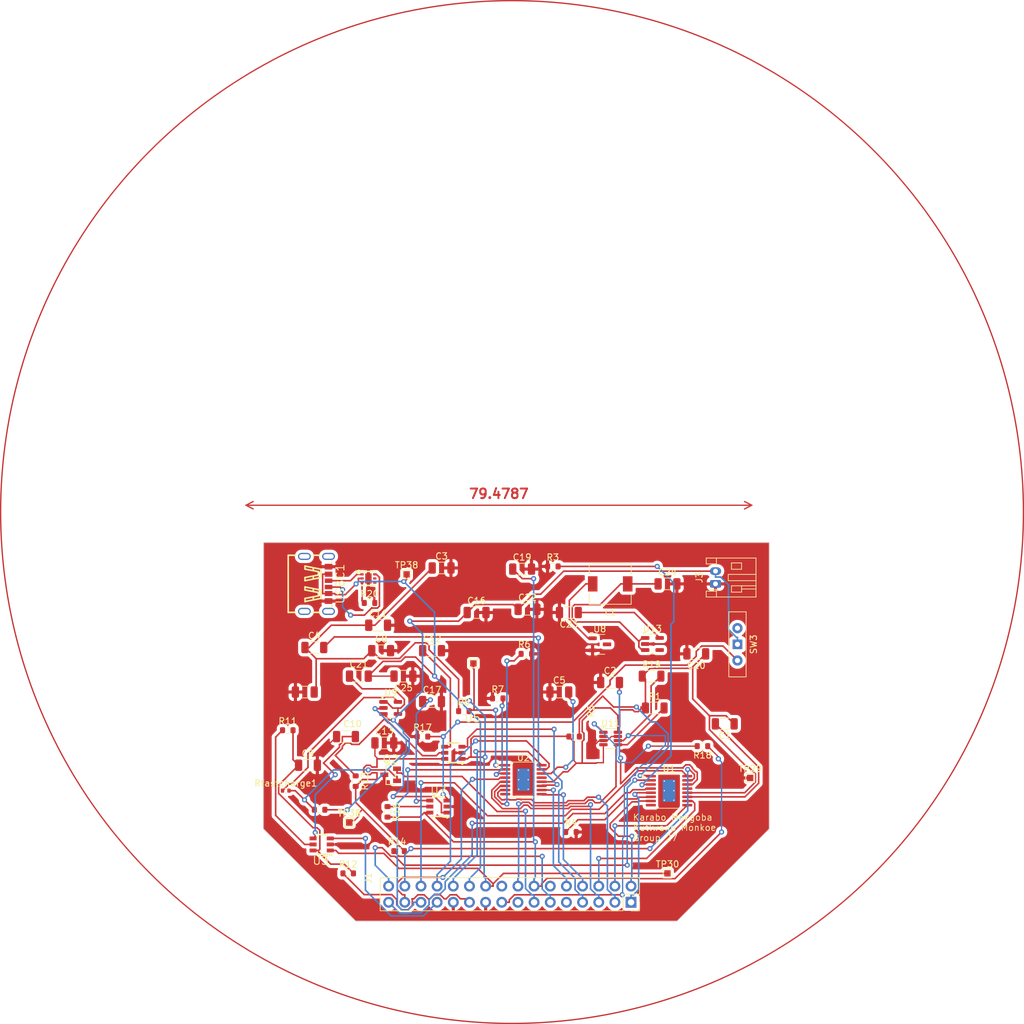
<source format=kicad_pcb>
(kicad_pcb (version 20241229) (generator "pcbnew") (generator_version "9.0")
  (layers (0 "F.Cu" signal) (2 "B.Cu" signal) (13 "F.Paste" user) (15 "B.Paste" user) (5 "F.SilkS" user "F.Silkscreen") (7 "B.SilkS" user "B.Silkscreen") (1 "F.Mask" user) (3 "B.Mask" user) (25 "Edge.Cuts" user))
  (net 0 "")
  (net 1 "Net-(U1-VCP)")
  (net 2 "/Vload")
  (net 3 "Net-(U1-VINT)")
  (net 4 "GND")
  (net 5 "Net-(U2-VCP)")
  (net 6 "Net-(U2-VINT)")
  (net 7 "/9V")
  (net 8 "/5V")
  (net 9 "Net-(U3-VOUT)")
  (net 10 "Net-(U3-CT)")
  (net 11 "Net-(U5-CT)")
  (net 12 "Net-(U5-VOUT)")
  (net 13 "/3V3")
  (net 14 "Net-(U7-CT)")
  (net 15 "Net-(U9-CE)")
  (net 16 "/Vbat+")
  (net 17 "Net-(U8-SW)")
  (net 18 "/I2C1_SCL")
  (net 19 "Net-(U1-AISEN)")
  (net 20 "Net-(U1-BISEN)")
  (net 21 "Net-(U2-BISEN)")
  (net 22 "Net-(U2-AISEN)")
  (net 23 "Net-(U3-QOD)")
  (net 24 "/out1")
  (net 25 "Net-(U5-QOD)")
  (net 26 "/out2")
  (net 27 "Net-(U7-QOD)")
  (net 28 "/V+")
  (net 29 "Net-(U11-IN+)")
  (net 30 "/I2C1_SDA")
  (net 31 "Net-(U9-PROG)")
  (net 32 "Net-(U9-V_{SS})")
  (net 33 "/Mtr1 O2")
  (net 34 "/Mtr1 O1")
  (net 35 "/Mtr2 C1")
  (net 36 "/Mtr2 C2")
  (net 37 "/Mtr2 O2")
  (net 38 "/Mtr2 O1")
  (net 39 "/Mtr1 C1")
  (net 41 "/Mtr1 C2")
  (net 42 "/Mtr3 O1")
  (net 43 "/Mtr3 O2")
  (net 44 "/Mtr4 O1")
  (net 45 "/Mtr4 C1")
  (net 46 "/Mtr4 O2")
  (net 48 "/Mtr4 C2")
  (net 49 "/Mtr3 C2")
  (net 50 "/Mtr3 C1")
  (net 52 "Net-(U11-IN-)")
  (net 54 "Net-(Q2-D)")
  (net 55 "/Fast charge CTR")
  (net 56 "/ex ctrl1")
  (net 57 "/USART2_TX")
  (net 59 "/ex ctrl2")
  (net 61 "Net-(U1-nSLEEP)")
  (net 62 "Net-(U2-nSLEEP)")
  (net 63 "Net-(U10-VSET)")
  (net 66 "Net-(U10-CC2)")
  (net 68 "Net-(U10-CC1)")
  (net 73 "Net-(U13-VOUT)")
  (net 74 "Net-(SW3-A)")
  (footprint "Capacitor_SMD:C_1206_3216Metric" (layer "F.Cu") (at 155.5 71.5)
    (property "Reference" "C17")
    (property "Value" "1uF" (hide yes))
  )
  (footprint "Package_TO_SOT_SMD:SOT-23-8" (layer "F.Cu") (at 183.5675 77.3)
    (property "Reference" "U11")
    (property "Value" "INA219AIDCNR" (hide yes))
  )
  (footprint "Capacitor_SMD:C_1206_3216Metric" (layer "F.Cu") (at 137 63)
    (property "Reference" "C4")
    (property "Value" "0.01uF")
  )
  (footprint "TestPoint:TestPoint_Pad_1.0x1.0mm" (layer "F.Cu") (at 151.5 51.5)
    (property "Reference" "TP38")
    (property "Value" "TestPoint_Small" (hide yes))
  )
  (footprint "Capacitor_SMD:C_1206_3216Metric" (layer "F.Cu") (at 136 81.5)
    (property "Reference" "C9")
    (property "Value" "10uF")
  )
  (footprint "Resistor_SMD:R_0603_1608Metric" (layer "F.Cu") (at 145.675 56)
    (property "Reference" "R20")
    (property "Value" "75R")
  )
  (footprint "Resistor_SMD:R_0603_1608Metric" (layer "F.Cu") (at 143.5 84 -90)
    (property "Reference" "R13")
    (property "Value" "62R")
  )
  (footprint "Inductor_SMD:L_6.3x6.3_H3" (layer "F.Cu") (at 183.5 53 180)
    (property "Reference" "L1")
    (property "Value" "4.7uH")
  )
  (footprint "Package_TO_SOT_SMD:TSOT-23-5" (layer "F.Cu") (at 190.1375 62.45)
    (property "Reference" "U13")
    (property "Value" "AP2112K-3.3" (hide yes))
  )
  (footprint "TestPoint:TestPoint_Pad_1.0x1.0mm" (layer "F.Cu") (at 142.5 90.5)
    (property "Reference" "TP37")
    (property "Value" "TestPoint_Small" (hide yes))
  )
  (footprint "Resistor_SMD:R_1206_3216Metric" (layer "F.Cu") (at 190 67.5)
    (property "Reference" "R19")
    (property "Value" "1k")
  )
  (footprint "Resistor_SMD:R_0603_1608Metric" (layer "F.Cu") (at 142.325 98.5)
    (property "Reference" "R12")
    (property "Value" "5R2")
  )
  (footprint "Capacitor_SMD:C_1206_3216Metric" (layer "F.Cu") (at 192.5 53)
    (property "Reference" "C24")
    (property "Value" "1uF")
  )
  (footprint "Capacitor_SMD:C_1206_3216Metric" (layer "F.Cu") (at 148 78)
    (property "Reference" "C13")
    (property "Value" "10uF")
  )
  (footprint "Capacitor_SMD:C_1206_3216Metric" (layer "F.Cu") (at 151 67.5 180)
    (property "Reference" "C25")
    (property "Value" "1uF")
  )
  (footprint "Resistor_SMD:R_0603_1608Metric" (layer "F.Cu") (at 150.325 95)
    (property "Reference" "R14")
    (property "Value" "5R2")
  )
  (footprint "Capacitor_SMD:C_1206_3216Metric" (layer "F.Cu") (at 201.5 75 180)
    (property "Reference" "C1")
    (property "Value" "0.01uF")
  )
  (footprint "Resistor_SMD:R_0603_1608Metric" (layer "F.Cu") (at 177.825 77)
    (property "Reference" "R5")
    (property "Value" "47K")
  )
  (footprint "Resistor_SMD:R_0603_1608Metric" (layer "F.Cu") (at 177.325 92)
    (property "Reference" "R4")
    (property "Value" "1R")
  )
  (footprint "Library:USB-C-SMD_TYPE-C-USB-13" (layer "F.Cu") (at 137.3341 53 -90)
    (property "Reference" "USBC1")
    (property "Value" "USB 3.1 C 6PF")
  )
  (footprint "Resistor_SMD:R_0603_1608Metric" (layer "F.Cu") (at 170.325 64)
    (property "Reference" "R6")
    (property "Value" "0.4R")
  )
  (footprint "Package_SO:HTSSOP-16-1EP_4.4x5mm_P0.65mm_EP3.4x5mm_Mask2.46x2.31mm_ThermalVias" (layer "F.Cu") (at 192.75 85.5)
    (property "Reference" "U1")
    (property "Value" "DRV8833PWP")
  )
  (footprint "Capacitor_SMD:C_1206_3216Metric" (layer "F.Cu") (at 155.5 63.5)
    (property "Reference" "C12")
    (property "Value" "1uF")
  )
  (footprint "Capacitor_SMD:C_1206_3216Metric" (layer "F.Cu") (at 169.6525 50.675)
    (property "Reference" "C19")
    (property "Value" "10uF")
  )
  (footprint "Resistor_SMD:R_0603_1608Metric" (layer "F.Cu") (at 165.825 71)
    (property "Reference" "R7")
    (property "Value" "0.4R")
  )
  (footprint "TestPoint:TestPoint_Pad_1.0x1.0mm" (layer "F.Cu") (at 192.5 98.5)
    (property "Reference" "TP30")
    (property "Value" "TestPoint_Small" (hide yes))
  )
  (footprint "Connector_JST:JST_PH_S2B-PH-K_1x02_P2.00mm_Horizontal" (layer "F.Cu") (at 200.05 53 90)
    (property "Reference" "J3")
    (property "Value" "Conn_01x02_Pin")
  )
  (footprint "Capacitor_SMD:C_1206_3216Metric" (layer "F.Cu") (at 135.5 70)
    (property "Reference" "C6" (hide yes))
    (property "Value" "10uF")
  )
  (footprint "Connector_PinHeader_2.54mm:PinHeader_2x16_P2.54mm_Vertical" (layer "F.Cu") (at 186.78 97.96 -90)
    (property "Reference" "J1")
    (property "Value" "Conn_02x16_Odd_Even" (hide yes))
  )
  (footprint "Capacitor_SMD:C_1206_3216Metric" (layer "F.Cu") (at 175.5 70)
    (property "Reference" "C5")
    (property "Value" "2.2uF")
  )
  (footprint "Capacitor_SMD:C_1206_3216Metric" (layer "F.Cu") (at 170.5 57)
    (property "Reference" "C22")
    (property "Value" "4.7uF")
  )
  (footprint "Package_TO_SOT_SMD:SOT-23-3" (layer "F.Cu") (at 181.8625 62.5)
    (property "Reference" "U8")
    (property "Value" "TPS613222ADBV" (hide yes))
  )
  (footprint "Resistor_SMD:R_0603_1608Metric" (layer "F.Cu") (at 154 77)
    (property "Reference" "R17")
    (property "Value" "10k")
  )
  (footprint "Resistor_SMD:R_0603_1608Metric" (layer "F.Cu") (at 198 78.5 180)
    (property "Reference" "R18")
    (property "Value" "0.001")
  )
  (footprint "Capacitor_SMD:C_1206_3216Metric" (layer "F.Cu") (at 183.475 68.5)
    (property "Reference" "C2")
    (property "Value" "2.2uF")
  )
  (footprint "Library:SOT-23-3_L2.9-W1.3-P1.90-LS2.4-BR" (layer "F.Cu") (at 149 83)
    (property "Reference" "Q2")
    (property "Value" "NMOS" (hide yes))
  )
  (footprint "Capacitor_SMD:C_1206_3216Metric" (layer "F.Cu") (at 157 50.5)
    (property "Reference" "C3")
    (property "Value" "10uF")
  )
  (footprint "Resistor_SMD:R_0603_1608Metric" (layer "F.Cu") (at 174.4825 50.255)
    (property "Reference" "R3")
    (property "Value" "1R")
  )
  (footprint "Library:TDFN-6_L2.0-W2.0-P0.65-TL-EP" (layer "F.Cu") (at 145.4999 52.15)
    (property "Reference" "U10" (hide yes))
    (property "Value" "HUSB237-AA001-DN06R" (hide yes))
  )
  (footprint "Library:SOT-23-6_L2.9-W1.6-P0.95-LS2.8-BR" (layer "F.Cu") (at 138.15 93.95)
    (property "Reference" "U3")
    (property "Value" "TPS22918TDBVRQ1" (hide yes))
  )
  (footprint "Capacitor_SMD:C_1206_3216Metric" (layer "F.Cu") (at 197.025 64 180)
    (property "Reference" "C20")
    (property "Value" "22uF")
  )
  (footprint "Button_Switch_THT:SW_Slide-03_Wuerth-WS-SLTV_10x2.5x6.4_P2.54mm" (layer "F.Cu") (at 203.5 62.5 -90)
    (property "Reference" "SW3")
    (property "Value" "SW_Wuerth_450301014042" (hide yes))
  )
  (footprint "Library:SOT-23-6_L2.9-W1.6-P0.95-LS2.8-BR" (layer "F.Cu") (at 156.5 88)
    (property "Reference" "U7")
    (property "Value" "TPS22918TDBVRQ1" (hide yes))
  )
  (footprint "Resistor_SMD:R_0603_1608Metric" (layer "F.Cu") (at 160.5 73)
    (property "Reference" "R8")
    (property "Value" "47K")
  )
  (footprint "Library:SOT-23-6_L2.9-W1.6-P0.95-LS2.8-BR" (layer "F.Cu") (at 158.85 79.55)
    (property "Reference" "U5")
    (property "Value" "TPS22918TDBVRQ1" (hide yes))
  )
  (footprint "Capacitor_SMD:C_1206_3216Metric" (layer "F.Cu") (at 162.5 57.5)
    (property "Reference" "C16")
    (property "Value" "1uF")
  )
  (footprint "Capacitor_SMD:C_1206_3216Metric" (layer "F.Cu") (at 144 67.5)
    (property "Reference" "C21")
    (property "Value" "4.7uF")
  )
  (footprint "Package_TO_SOT_SMD:SOT-23-5" (layer "F.Cu") (at 149 72.5)
    (property "Reference" "U9")
    (property "Value" "MCP73812T-420I-OT" (hide yes))
  )
  (footprint "TestPoint:TestPoint_Pad_1.0x1.0mm" (layer "F.Cu") (at 205.5 83.5)
    (property "Reference" "TP29")
    (property "Value" "TestPoint_Small" (hide yes))
  )
  (footprint "Capacitor_SMD:C_1206_3216Metric" (layer "F.Cu") (at 147.5 63.5)
    (property "Reference" "C8")
    (property "Value" "1uF")
  )
  (footprint "TestPoint:TestPoint_Pad_1.0x1.0mm" (layer "F.Cu") (at 142.5 90.5)
    (property "Reference" "TP36")
    (property "Value" "TestPoint_Small" (hide yes))
  )
  (footprint "Capacitor_SMD:C_1206_3216Metric" (layer "F.Cu") (at 141.975 77 180)
    (property "Reference" "C10")
    (property "Value" "1uF")
  )
  (footprint "Resistor_SMD:R_0603_1608Metric" (layer "F.Cu") (at 148.5 88.825 -90)
    (property "Reference" "R16")
    (property "Value" "62R")
  )
  (footprint "Package_SO:HTSSOP-16-1EP_4.4x5mm_P0.65mm_EP3.4x5mm_Mask2.46x2.31mm_ThermalVias" (layer "F.Cu") (at 169.8625 83.775)
    (property "Reference" "U2")
    (property "Value" "DRV8833PWP")
  )
  (footprint "Resistor_SMD:R_0603_1608Metric" (layer "F.Cu") (at 132.825 76)
    (property "Reference" "R11")
    (property "Value" "62R")
  )
  (footprint "Capacitor_SMD:C_1206_3216Metric" (layer "F.Cu") (at 177 57.5 180)
    (property "Reference" "C23")
    (property "Value" "1uF")
  )
  (footprint "TestPoint:TestPoint_Pad_1.0x1.0mm" (layer "F.Cu") (at 162 65.5)
    (property "Reference" "TP26" (hide yes))
    (property "Value" "TestPoint_Small" (hide yes))
  )
  (footprint "Resistor_SMD:R_0402_1005Metric" (layer "F.Cu") (at 132.51 85.5)
    (property "Reference" "Rfastcharge1")
    (property "Value" "2K" (hide yes))
  )
  (footprint "Capacitor_SMD:C_1206_3216Metric" (layer "F.Cu") (at 147.025 59.5)
    (property "Reference" "C11")
    (property "Value" "1uF")
  )
  (footprint "Resistor_SMD:R_1206_3216Metric" (layer "F.Cu") (at 190.5 72.5)
    (property "Reference" "R1")
    (property "Value" "1k")
  )
  (footprint "Resistor_SMD:R_0603_1608Metric" (layer "F.Cu") (at 137.825 88.5)
    (property "Reference" "R_normalcharging1" (hide yes))
    (property "Value" "3K")
  )
  (gr_circle (center 168.07 41.707962) (end 175.69 121.717962) (stroke (width 0.2)) (fill no) (layer "F.Cu") (net 18))
  (gr_poly (pts (xy 208.5 46.5) (xy 208.5 91.5) (xy 194 106) (xy 143.5 106) (xy 129 91.5) (xy 129.021277 46.5)) (stroke (width 0.1)) (fill no) (layer "Edge.Cuts"))
  (gr_text "Karabo Makgoba\nKutlwano Monkoe\nGroup 27" (at 187 93.5 0) (layer "F.SilkS") (effects (font (size 1 1) (thickness 0.125)) (justify left bottom)))
  (dimension (type orthogonal) (layer "F.Cu") (pts (xy 126.261277 40.64) (xy 205.74 40.64)) (height 0) (orientation 0) (format (prefix "") (suffix "") (units 3) (units_format 0) (precision 4) (suppress_zeroes yes)) (style (thickness 0.2) (arrow_length 1.27) (text_position_mode 0) (arrow_direction outward) (extension_height 0.58642) (extension_offset 0.5) (keep_text_aligned yes)) (gr_text "79,4787" (at 166.000639 38.84 0) (layer "F.Cu") (effects (font (size 1.5 1.5) (thickness 0.3)))))
  (segment (start 206.8258 84.3324) (end 206.8258 81.8008) (width 0.25) (layer "F.Cu") (net 1))
  (segment (start 204.6832 86.475) (end 206.8258 84.3324) (width 0.25) (layer "F.Cu") (net 1))
  (segment (start 206.8258 81.8008) (end 200.025 75) (width 0.25) (layer "F.Cu") (net 1))
  (segment (start 195.6125 86.475) (end 204.6832 86.475) (width 0.25) (layer "F.Cu") (net 1))
  (segment (start 177.9106 56.2611) (end 181.9122 56.2611) (width 0.25) (layer "F.Cu") (net 2))
  (segment (start 189 63.4) (end 188.4961 63.4) (width 0.25) (layer "F.Cu") (net 2))
  (segment (start 177.5375 56.6342) (end 177.9106 56.2611) (width 0.25) (layer "F.Cu") (net 2))
  (segment (start 178.1107 58.9866) (end 177.5375 58.4134) (width 0.25) (layer "F.Cu") (net 2))
  (segment (start 181.9122 56.2611) (end 185.1733 53) (width 0.25) (layer "F.Cu") (net 2))
  (segment (start 184.968 58.9866) (end 178.1107 58.9866) (width 0.25) (layer "F.Cu") (net 2))
  (segment (start 188.0068 62.0254) (end 188.5322 61.5) (width 0.25) (layer "F.Cu") (net 2))
  (segment (start 188.0068 62.9107) (end 188.0068 62.0254) (width 0.25) (layer "F.Cu") (net 2))
  (segment (start 177.5375 58.4134) (end 177.5375 56.6342) (width 0.25) (layer "F.Cu") (net 2))
  (segment (start 188.4961 63.4) (end 188.0068 62.9107) (width 0.25) (layer "F.Cu") (net 2))
  (segment (start 188.5322 61.5) (end 189 61.5) (width 0.25) (layer "F.Cu") (net 2))
  (segment (start 191.025 53) (end 186.25 53) (width 0.25) (layer "F.Cu") (net 2))
  (segment (start 188.0068 62.0254) (end 184.968 58.9866) (width 0.25) (layer "F.Cu") (net 2))
  (segment (start 186.25 53) (end 185.1733 53) (width 0.25) (layer "F.Cu") (net 2))
  (segment (start 194.9538 81.86348) (end 194.9538 81.92849) (width 0.25) (layer "F.Cu") (net 3))
  (segment (start 196.4058 81.86348) (end 195.98052 81.4382) (width 0.25) (layer "F.Cu") (net 3))
  (segment (start 197.1788 82.6355) (end 197.0433 82.5) (width 0.25) (layer "F.Cu") (net 3))
  (segment (start 195.98052 81.4382) (end 195.37908 81.4382) (width 0.25) (layer "F.Cu") (net 3))
  (segment (start 197.1788 83.768) (end 197.1788 82.6355) (width 0.25) (layer "F.Cu") (net 3))
  (segment (start 195.6125 84.525) (end 196.4218 84.525) (width 0.25) (layer "F.Cu") (net 3))
  (segment (start 197.0433 82.5) (end 196.91791 82.5) (width 0.25) (layer "F.Cu") (net 3))
  (segment (start 194.9538 81.92849) (end 194.94861 81.9233) (width 0.25) (layer "F.Cu") (net 3))
  (segment (start 195.37908 81.4382) (end 194.9538 81.86348) (width 0.25) (layer "F.Cu") (net 3))
  (segment (start 196.4218 84.525) (end 197.1788 83.768) (width 0.25) (layer "F.Cu") (net 3))
  (segment (start 196.91791 82.5) (end 196.4058 81.98789) (width 0.25) (layer "F.Cu") (net 3))
  (segment (start 185.1375 84.42259) (end 185.1375 80.3727) (width 0.25) (layer "F.Cu") (net 3))
  (segment (start 187.63679 81.9233) (end 185.1375 84.42259) (width 0.25) (layer "F.Cu") (net 3))
  (segment (start 196.4058 81.98789) (end 196.4058 81.86348) (width 0.25) (layer "F.Cu") (net 3))
  (segment (start 194.94861 81.9233) (end 187.63679 81.9233) (width 0.25) (layer "F.Cu") (net 3))
  (segment (start 184.95 70.0342) (end 184.95 68.5) (width 0.25) (layer "F.Cu") (net 3))
  (via (at 184.95 70.0342) (size 0.8) (drill 0.4) (layers "F.Cu" "B.Cu") (net 3))
  (via (at 185.1375 80.3727) (size 0.8) (drill 0.4) (layers "F.Cu" "B.Cu") (net 3))
  (segment (start 184.95 80.1852) (end 184.95 70.0342) (width 0.25) (layer "B.Cu") (net 3))
  (segment (start 185.1375 80.3727) (end 184.95 80.1852) (width 0.25) (layer "B.Cu") (net 3))
  (segment (start 181.767501 77.625) (end 180.5 78.892501) (width 0.2) (layer "F.Cu") (net 4))
  (segment (start 183.048418 77.625) (end 182.43 77.625) (width 0.2) (layer "F.Cu") (net 4))
  (segment (start 182.43 77.625) (end 181.767501 77.625) (width 0.2) (layer "F.Cu") (net 4))
  (segment (start 140.5 77) (end 139 78.5) (width 0.2) (layer "F.Cu") (net 4))
  (segment (start 184.705 76.975) (end 183.698418 76.975) (width 0.2) (layer "F.Cu") (net 4))
  (segment (start 180.5 78.892501) (end 180.5 79) (width 0.2) (layer "F.Cu") (net 4))
  (segment (start 183.698418 76.975) (end 183.048418 77.625) (width 0.2) (layer "F.Cu") (net 4))
  (segment (start 175.1413 84.5347) (end 175.0489 84.6271) (width 0.25) (layer "F.Cu") (net 5))
  (segment (start 138.475 63) (end 140.1385 61.3365) (width 0.25) (layer "F.Cu") (net 5))
  (segment (start 172.8479 84.6271) (end 172.725 84.75) (width 0.25) (layer "F.Cu") (net 5))
  (segment (start 175.0489 84.6271) (end 172.8479 84.6271) (width 0.25) (layer "F.Cu") (net 5))
  (segment (start 140.1385 61.3365) (end 172.2115 61.3365) (width 0.25) (layer "F.Cu") (net 5))
  (via (at 172.2115 61.5) (size 0.8) (drill 0.4) (layers "F.Cu" "B.Cu") (net 5))
  (via (at 175.1413 84.5347) (size 0.8) (drill 0.4) (layers "F.Cu" "B.Cu") (net 5))
  (segment (start 175.1413 84.5347) (end 172.2115 81.6049) (width 0.25) (layer "B.Cu") (net 5))
  (segment (start 172.2115 81.6049) (end 172.2115 61.5) (width 0.25) (layer "B.Cu") (net 5))
  (segment (start 172.2115 61.5) (end 172.2115 61.3365) (width 0.25) (layer "B.Cu") (net 5))
  (segment (start 174.2128 82.8) (end 175.2028 81.81) (width 0.25) (layer "F.Cu") (net 6))
  (segment (start 176.975 70.8345) (end 176.975 70) (width 0.25) (layer "F.Cu") (net 6))
  (segment (start 177.657 71.5165) (end 176.975 70.8345) (width 0.25) (layer "F.Cu") (net 6))
  (segment (start 175.2028 81.81) (end 176.5068 81.81) (width 0.25) (layer "F.Cu") (net 6))
  (segment (start 172.725 82.8) (end 174.2128 82.8) (width 0.25) (layer "F.Cu") (net 6))
  (via (at 177.657 71.5165) (size 0.8) (drill 0.4) (layers "F.Cu" "B.Cu") (net 6))
  (via (at 176.5068 81.81) (size 0.8) (drill 0.4) (layers "F.Cu" "B.Cu") (net 6))
  (segment (start 176.5068 81.81) (end 177.657 80.6598) (width 0.25) (layer "B.Cu") (net 6))
  (segment (start 177.657 80.6598) (end 177.657 71.5165) (width 0.25) (layer "B.Cu") (net 6))
  (segment (start 143.5592 53.0002) (end 143.9233 52.6361) (width 0.25) (layer "F.Cu") (net 7))
  (segment (start 138.3047 51.4816) (end 138.3047 54.5159) (width 0.25) (layer "F.Cu") (net 7))
  (segment (start 139.2354 54.5199) (end 140.1621 54.5199) (width 0.25) (layer "F.Cu") (net 7))
  (segment (start 150.21149 65.1787) (end 147.7963 65.1787) (width 0.25) (layer "F.Cu") (net 7))
  (segment (start 147.7963 65.1787) (end 145.475 67.5) (width 0.25) (layer "F.Cu") (net 7))
  (segment (start 151.0519 52.6269) (end 151.3521 52.3267) (width 0.25) (layer "F.Cu") (net 7))
  (segment (start 139.2329 51.4801) (end 138.3062 51.4801) (width 0.25) (layer "F.Cu") (net 7))
  (segment (start 150.58511 65.1787) (end 150.21149 65.1787) (width 0.25) (layer "F.Cu") (net 7))
  (segment (start 138.3062 51.4801) (end 138.3047 51.4816) (width 0.25) (layer "F.Cu") (net 7))
  (segment (start 150.8493 64.91451) (end 150.58511 65.1787) (width 0.25) (layer "F.Cu") (net 7))
  (segment (start 149.525 67.5) (end 145.475 67.5) (width 0.2) (layer "F.Cu") (net 7))
  (segment (start 140.1621 54.5199) (end 140.3283 54.6861) (width 0.25) (layer "F.Cu") (net 7))
  (segment (start 140.3283 54.6861) (end 141.8733 54.6861) (width 0.25) (layer "F.Cu") (net 7))
  (segment (start 151.26381 64.5) (end 150.8493 64.91451) (width 0.25) (layer "F.Cu") (net 7))
  (segment (start 143.9233 52.6361) (end 143.9233 52.15) (width 0.25) (layer "F.Cu") (net 7))
  (segment (start 151.3521 52.3267) (end 151.5 52.3267) (width 0.25) (layer "F.Cu") (net 7))
  (segment (start 151.5 51.5) (end 151.5 52.3267) (width 0.25) (layer "F.Cu") (net 7))
  (segment (start 152.9021 64.5) (end 151.26381 64.5) (width 0.25) (layer "F.Cu") (net 7))
  (segment (start 144.5 52.15) (end 143.9233 52.15) (width 0.25) (layer "F.Cu") (net 7))
  (segment (start 138.3047 54.5159) (end 138.3087 54.5199) (width 0.25) (layer "F.Cu") (net 7))
  (segment (start 141.8733 54.6861) (end 143.5592 53.0002) (width 0.25) (layer "F.Cu") (net 7))
  (segment (start 139.2354 54.5199) (end 138.3087 54.5199) (width 0.25) (layer "F.Cu") (net 7))
  (segment (start 155.9021 67.5) (end 152.9021 64.5) (width 0.25) (layer "F.Cu") (net 7))
  (via (at 143.5592 53.0002) (size 0.8) (drill 0.4) (layers "F.Cu" "B.Cu") (net 7))
  (via (at 155.9021 67.5) (size 0.8) (drill 0.4) (layers "F.Cu" "B.Cu") (net 7))
  (via (at 151.0519 52.6269) (size 0.8) (drill 0.4) (layers "F.Cu" "B.Cu") (net 7))
  (segment (start 151.0519 52.6269) (end 143.9325 52.6269) (width 0.25) (layer "B.Cu") (net 7))
  (segment (start 155.9021 57.4771) (end 151.0519 52.6269) (width 0.25) (layer "B.Cu") (net 7))
  (segment (start 163.1022 74.7001) (end 163.1022 97.6011) (width 0.25) (layer "B.Cu") (net 7))
  (segment (start 161.38 100.5) (end 161.38 99.3233) (width 0.25) (layer "B.Cu") (net 7))
  (segment (start 155.9021 67.5) (end 155.9021 57.4771) (width 0.25) (layer "B.Cu") (net 7))
  (segment (start 143.9325 52.6269) (end 143.5592 53.0002) (width 0.25) (layer "B.Cu") (net 7))
  (segment (start 163.1022 97.6011) (end 161.38 99.3233) (width 0.25) (layer "B.Cu") (net 7))
  (segment (start 155.9021 67.5) (end 163.1022 74.7001) (width 0.25) (layer "B.Cu") (net 7))
  (segment (start 160.2 80.5) (end 161.0767 80.5) (width 0.25) (layer "F.Cu") (net 8))
  (segment (start 183.54339 72.5) (end 184.705 73.66161) (width 0.25) (layer "F.Cu") (net 8))
  (segment (start 201.6962 73.7212) (end 202.975 75) (width 0.25) (layer "F.Cu") (net 8))
  (segment (start 177.8218 77.8218) (end 177.8218 80.8218) (width 0.2) (layer "F.Cu") (net 8))
  (segment (start 136.1638 63) (end 139.6638 59.5) (width 0.25) (layer "F.Cu") (net 8))
  (segment (start 196.4658 66.0342) (end 196.4658 66.2725) (width 0.25) (layer "F.Cu") (net 8))
  (segment (start 204.6371 85.825) (end 195.6125 85.825) (width 0.25) (layer "F.Cu") (net 8))
  (segment (start 188.5 72.5) (end 189.0375 72.5) (width 0.25) (layer "F.Cu") (net 8))
  (segment (start 147.2527 64.7277) (end 150.3983 64.7277) (width 0.25) (layer "F.Cu") (net 8))
  (segment (start 188.5375 67.5) (end 189.765 66.2725) (width 0.25) (layer "F.Cu") (net 8))
  (segment (start 206.3267 84.1354) (end 204.6371 85.825) (width 0.25) (layer "F.Cu") (net 8))
  (segment (start 176.8149 82.5367) (end 178.1758 81.1758) (width 0.25) (layer "F.Cu") (net 8))
  (segment (start 176.9574 76.9574) (end 162.0511 76.9574) (width 0.25) (layer "F.Cu") (net 8))
  (segment (start 155.0256 63.3425) (end 159.675 67.9919) (width 0.25) (layer "F.Cu") (net 8))
  (segment (start 145.55 59.5) (end 146.525 59.5) (width 0.25) (layer "F.Cu") (net 8))
  (segment (start 161.3728 71.3633) (end 159.675 71.3633) (width 0.25) (layer "F.Cu") (net 8))
  (segment (start 140.3767 94.9) (end 140.8284 95.3517) (width 0.25) (layer "F.Cu") (net 8))
  (segment (start 185 75.4264) (end 185 72.800847) (width 0.25) (layer "F.Cu") (net 8))
  (segment (start 187.324127 73.075847) (end 187.925567 73.075847) (width 0.25) (layer "F.Cu") (net 8))
  (segment (start 139.6638 59.5) (end 145.55 59.5) (width 0.25) (layer "F.Cu") (net 8))
  (segment (start 163.92 100.5) (end 165.0967 100.5) (width 0.25) (layer "F.Cu") (net 8))
  (segment (start 139.5 94.9) (end 140.3767 94.9) (width 0.25) (layer "F.Cu") (net 8))
  (segment (start 146.025 63.5) (end 144.7673 64.7577) (width 0.25) (layer "F.Cu") (net 8))
  (segment (start 179.376 77.498418) (end 179.376 76.501582) (width 0.25) (layer "F.Cu") (net 8))
  (segment (start 199.1026 73.7212) (end 199.1026 75.9075) (width 0.25) (layer "F.Cu") (net 8))
  (segment (start 192.5 98.5) (end 191.6733 98.5) (width 0.25) (layer "F.Cu") (net 8))
  (segment (start 152.8659 62.2601) (end 154.577 62.2601) (width 0.25) (layer "F.Cu") (net 8))
  (segment (start 144.7673 64.7577) (end 137.2827 64.7577) (width 0.25) (layer "F.Cu") (net 8))
  (segment (start 140.8284 95.3517) (end 147.9132 95.3517) (width 0.25) (layer "F.Cu") (net 8))
  (segment (start 184.705 75.7214) (end 184.705 76.325) (width 0.25) (layer "F.Cu") (net 8))
  (segment (start 177.8218 80.8218) (end 178.1758 81.1758) (width 0.2) (layer "F.Cu") (net 8))
  (segment (start 174.5484 84.1) (end 176.1117 82.5367) (width 0.25) (layer "F.Cu") (net 8))
  (segment (start 165.0967 100.5) (end 165.0967 100.1322) (width 0.25) (layer "F.Cu") (net 8))
  (segment (start 181.3942 81.1058) (end 182.43 81.1058) (width 0.2) (layer "F.Cu") (net 8))
  (segment (start 179.376 76.501582) (end 179.101 76.226582) (width 0.25) (layer "F.Cu") (net 8))
  (segment (start 166.7289 98.5) (end 191.6733 98.5) (width 0.25) (layer "F.Cu") (net 8))
  (segment (start 146.525 59.5) (end 155.525 50.5) (width 0.25) (layer "F.Cu") (net 8))
  (segment (start 177.8218 77.8218) (end 177 77) (width 0.25) (layer "F.Cu") (net 8))
  (segment (start 177 77) (end 176.9574 76.9574) (width 0.25) (layer "F.Cu") (net 8))
  (segment (start 189.0375 72.5) (end 189.0375 68) (width 0.25) (layer "F.Cu") (net 8))
  (segment (start 204.8106 81.6155) (end 205.0776 81.6155) (width 0.25) (layer "F.Cu") (net 8))
  (segment (start 205.0776 81.6155) (end 206.3267 82.8646) (width 0.25) (layer "F.Cu") (net 8))
  (segment (start 161.6253 80.1984) (end 161.5937 80.23) (width 0.25) (layer "F.Cu") (net 8))
  (segment (start 161.5937 80.23) (end 163.8351 80.23) (width 0.25) (layer "F.Cu") (net 8))
  (segment (start 199.1026 75.9075) (end 204.8106 81.6155) (width 0.25) (layer "F.Cu") (net 8))
  (segment (start 136.975 70) (end 137.2827 69.6923) (width 0.25) (layer "F.Cu") (net 8))
  (segment (start 184.705 73.66161) (end 184.705 75.7214) (width 0.25) (layer "F.Cu") (net 8))
  (segment (start 150.2779 97.7164) (end 162.6809 97.7164) (width 0.25) (layer "F.Cu") (net 8))
  (segment (start 179.101 81.1758) (end 179.101 77.773418) (width 0.25) (layer "F.Cu") (net 8))
  (segment (start 181.09292 72.5) (end 183.54339 72.5) (width 0.25) (layer "F.Cu") (net 8))
  (segment (start 162.0511 76.9574) (end 161.6253 77.3832) (width 0.25) (layer "F.Cu") (net 8))
  (segment (start 176.1117 82.5367) (end 176.8149 82.5367) (width 0.25) (layer "F.Cu") (net 8))
  (segment (start 179.101 76.226582) (end 179.101 74.49192) (width 0.25) (layer "F.Cu") (net 8))
  (segment (start 206.3267 82.8646) (end 206.3267 84.1354) (width 0.25) (layer "F.Cu") (net 8))
  (segment (start 135.525 63) (end 136.1638 63) (width 0.25) (layer "F.Cu") (net 8))
  (segment (start 196.4658 66.2725) (end 196.4658 71.0844) (width 0.25) (layer "F.Cu") (net 8))
  (segment (start 181.3242 81.1758) (end 181.3942 81.1058) (width 0.2) (layer "F.Cu") (net 8))
  (segment (start 137.2827 69.6923) (end 137.2827 64.7577) (width 0.25) (layer "F.Cu") (net 8))
  (segment (start 172.725 84.1) (end 174.5484 84.1) (width 0.25) (layer "F.Cu") (net 8))
  (segment (start 188.350847 72.350847) (end 188.5 72.5) (width 0.25) (layer "F.Cu") (net 8))
  (segment (start 199.1026 73.7212) (end 201.6962 73.7212) (width 0.25) (layer "F.Cu") (net 8))
  (segment (start 179.101 77.773418) (end 179.376 77.498418) (width 0.25) (layer "F.Cu") (net 8))
  (segment (start 159.675 67.9919) (end 159.675 71.3633) (width 0.25) (layer "F.Cu") (net 8))
  (segment (start 178.1758 81.1758) (end 181.3242 81.1758) (width 0.25) (layer "F.Cu") (net 8))
  (segment (start 189.0375 68) (end 188.5375 67.5) (width 0.25) (layer "F.Cu") (net 8))
  (segment (start 198.5 64) (end 196.4658 66.0342) (width 0.25) (layer "F.Cu") (net 8))
  (segment (start 196.4658 71.0844) (end 199.1026 73.7212) (width 0.25) (layer "F.Cu") (net 8))
  (segment (start 137.2827 64.7577) (end 135.525 63) (width 0.25) (layer "F.Cu") (net 8))
  (segment (start 182.43 78.275) (end 182.43 81.1058) (width 0.2) (layer "F.Cu") (net 8))
  (segment (start 165.0967 100.1322) (end 166.7289 98.5) (width 0.25) (layer "F.Cu") (net 8))
  (segment (start 187.049127 72.800847) (end 187.324127 73.075847) (width 0.25) (layer "F.Cu") (net 8))
  (segment (start 161.6253 77.3832) (end 161.6253 80.1984) (width 0.25) (layer "F.Cu") (net 8))
  (segment (start 187.925567 73.075847) (end 188.350847 72.650567) (width 0.25) (layer "F.Cu") (net 8))
  (segment (start 154.577 62.2601) (end 155.0256 62.7087) (width 0.25) (layer "F.Cu") (net 8))
  (segment (start 161.0767 80.5) (end 161.3467 80.23) (width 0.25) (layer "F.Cu") (net 8))
  (segment (start 189.765 66.2725) (end 196.4658 66.2725) (width 0.25) (layer "F.Cu") (net 8))
  (segment (start 147.9132 95.3517) (end 150.2779 97.7164) (width 0.25) (layer "F.Cu") (net 8))
  (segment (start 184.705 75.7214) (end 185 75.4264) (width 0.25) (layer "F.Cu") (net 8))
  (segment (start 146.025 63.5) (end 147.2527 64.7277) (width 0.25) (layer "F.Cu") (net 8))
  (segment (start 150.3983 64.7277) (end 152.8659 62.2601) (width 0.25) (layer "F.Cu") (net 8))
  (segment (start 185 72.800847) (end 187.049127 72.800847) (width 0.25) (layer "F.Cu") (net 8))
  (segment (start 162.6809 97.7164) (end 165.0967 100.1322) (width 0.25) (layer "F.Cu") (net 8))
  (segment (start 179.101 74.49192) (end 181.09292 72.5) (width 0.25) (layer "F.Cu") (net 8))
  (segment (start 161.3467 80.23) (end 161.5937 80.23) (width 0.25) (layer "F.Cu") (net 8))
  (segment (start 159.675 71.3633) (end 159.675 73) (width 0.25) (layer "F.Cu") (net 8))
  (segment (start 188.350847 72.650567) (end 188.350847 72.350847) (width 0.25) (layer "F.Cu") (net 8))
  (segment (start 155.0256 62.7087) (end 155.0256 63.3425) (width 0.25) (layer "F.Cu") (net 8))
  (via (at 161.3728 71.3633) (size 0.8) (drill 0.4) (layers "F.Cu" "B.Cu") (net 8))
  (via (at 163.8351 80.23) (size 0.8) (drill 0.4) (layers "F.Cu" "B.Cu") (net 8))
  (segment (start 163.8351 80.23) (end 163.8351 73.8256) (width 0.25) (layer "B.Cu") (net 8))
  (segment (start 163.6843 80.3808) (end 163.8351 80.23) (width 0.25) (layer "B.Cu") (net 8))
  (segment (start 163.92 100.5) (end 163.92 99.3233) (width 0.25) (layer "B.Cu") (net 8))
  (segment (start 163.6843 99.0876) (end 163.6843 80.3808) (width 0.25) (layer "B.Cu") (net 8))
  (segment (start 163.8351 73.8256) (end 161.3728 71.3633) (width 0.25) (layer "B.Cu") (net 8))
  (segment (start 163.92 99.3233) (end 163.6843 99.0876) (width 0.25) (layer "B.Cu") (net 8))
  (segment (start 131.3848 84.6402) (end 131.3848 85.9206) (width 0.25) (layer "F.Cu") (net 9))
  (segment (start 137.5634 94.9) (end 137.6752 94.9) (width 0.25) (layer "F.Cu") (net 9))
  (segment (start 137.6767 94.9) (end 137.6767 95.1395) (width 0.25) (layer "F.Cu") (net 9))
  (segment (start 137.4385 91.3257) (end 137.8642 91.7514) (width 0.25) (layer "F.Cu") (net 9))
  (segment (start 133.65 80.625) (end 133.65 76) (width 0.25) (layer "F.Cu") (net 9))
  (segment (start 139.5792 97.042) (end 141.692 97.042) (width 0.25) (layer "F.Cu") (net 9))
  (segment (start 134.525 81.5) (end 131.3848 84.6402) (width 0.25) (layer "F.Cu") (net 9))
  (segment (start 137.8642 91.7514) (end 137.8642 94.7125) (width 0.25) (layer "F.Cu") (net 9))
  (segment (start 134.525 81.5) (end 133.65 80.625) (width 0.25) (layer "F.Cu") (net 9))
  (segment (start 136.8 94.9) (end 137.5634 94.9) (width 0.25) (layer "F.Cu") (net 9))
  (segment (start 137.6752 94.9) (end 137.6767 94.9) (width 0.25) (layer "F.Cu") (net 9))
  (segment (start 137.8642 94.7125) (end 137.6767 94.9) (width 0.25) (layer "F.Cu") (net 9))
  (segment (start 141.692 97.042) (end 143.15 98.5) (width 0.25) (layer "F.Cu") (net 9))
  (segment (start 137.6767 95.1395) (end 139.5792 97.042) (width 0.25) (layer "F.Cu") (net 9))
  (segment (start 131.3848 85.9206) (end 136.7899 91.3257) (width 0.25) (layer "F.Cu") (net 9))
  (segment (start 136.7899 91.3257) (end 137.4385 91.3257) (width 0.25) (layer "F.Cu") (net 9))
  (segment (start 140.2844 82.9885) (end 138.454355 81.158455) (width 0.25) (layer "F.Cu") (net 10))
  (segment (start 140.951 78.66181) (end 140.951 78.226) (width 0.25) (layer "F.Cu") (net 10))
  (segment (start 136.8 93) (end 137.1375 92.6625) (width 0.25) (layer "F.Cu") (net 10))
  (segment (start 140.951 78.226) (end 141.070514 78.226) (width 0.25) (layer "F.Cu") (net 10))
  (segment (start 141.070514 78.226) (end 141.401 77.895514) (width 0.25) (layer "F.Cu") (net 10))
  (segment (start 141.401 77) (end 143.45 77) (width 0.25) (layer "F.Cu") (net 10))
  (segment (start 141.401 77.895514) (end 141.401 77) (width 0.25) (layer "F.Cu") (net 10))
  (segment (start 137.1375 92.6625) (end 137.1375 92.0905) (width 0.25) (layer "F.Cu") (net 10))
  (segment (start 138.454355 81.158455) (end 140.951 78.66181) (width 0.25) (layer "F.Cu") (net 10))
  (via (at 140.2844 82.9885) (size 0.8) (drill 0.4) (layers "F.Cu" "B.Cu") (net 10))
  (via (at 137.1375 92.0905) (size 0.8) (drill 0.4) (layers "F.Cu" "B.Cu") (net 10))
  (segment (start 137.1375 86.1354) (end 140.2844 82.9885) (width 0.25) (layer "B.Cu") (net 10))
  (segment (start 137.1375 92.0905) (end 137.1375 86.1354) (width 0.25) (layer "B.Cu") (net 10))
  (segment (start 154.025 63.5) (end 158.3767 67.8517) (width 0.25) (layer "F.Cu") (net 11))
  (segment (start 157.5 78.6) (end 158.3767 78.6) (width 0.25) (layer "F.Cu") (net 11))
  (segment (start 158.3767 67.8517) (end 158.3767 78.6) (width 0.25) (layer "F.Cu") (net 11))
  (segment (start 146.8482 80.5) (end 146.8482 81.7887) (width 0.25) (layer "F.Cu") (net 12))
  (segment (start 144.575 88.425) (end 144 89) (width 0.2) (layer "F.Cu") (net 12))
  (segment (start 146.05442 81.7887) (end 145.77942 81.5137) (width 0.25) (layer "F.Cu") (net 12))
  (segment (start 146.05442 82.6907) (end 146.8482 82.6907) (width 0.25) (layer "F.Cu") (net 12))
  (segment (start 144 89) (end 144 89.5) (width 0.2) (layer "F.Cu") (net 12))
  (segment (start 144.7527 81.93898) (end 144.7527 82.54042) (width 0.25) (layer "F.Cu") (net 12))
  (segment (start 144 89.5) (end 143.301 90.199) (width 0.2) (layer "F.Cu") (net 12))
  (segment (start 144.5787 83.7463) (end 143.5 84.825) (width 0.25) (layer "F.Cu") (net 12))
  (segment (start 147 80.5) (end 146.8482 80.5) (width 0.25) (layer "F.Cu") (net 12))
  (segment (start 143.5 84.825) (end 143.5 87.35) (width 0.25) (layer "F.Cu") (net 12))
  (segment (start 144.575 88.425) (end 151.15 95) (width 0.25) (layer "F.Cu") (net 12))
  (segment (start 146.8482 82.6907) (end 146.8482 83.7463) (width 0.25) (layer "F.Cu") (net 12))
  (segment (start 157.5 80.5) (end 147 80.5) (width 0.25) (layer "F.Cu") (net 12))
  (segment (start 146.8482 83.7463) (end 144.5787 83.7463) (width 0.25) (layer "F.Cu") (net 12))
  (segment (start 143.5 87.35) (end 144.575 88.425) (width 0.25) (layer "F.Cu") (net 12))
  (segment (start 143.301 90.199) (end 142.5 90.199) (width 0.2) (layer "F.Cu") (net 12))
  (segment (start 146.8482 81.7887) (end 146.05442 81.7887) (width 0.25) (layer "F.Cu") (net 12))
  (segment (start 146.525 78) (end 146.525 80.025) (width 0.2) (layer "F.Cu") (net 12))
  (segment (start 146.525 80.025) (end 147 80.5) (width 0.2) (layer "F.Cu") (net 12))
  (segment (start 145.17798 82.9657) (end 145.77942 82.9657) (width 0.25) (layer "F.Cu") (net 12))
  (segment (start 144.7527 82.54042) (end 145.17798 82.9657) (width 0.25) (layer "F.Cu") (net 12))
  (segment (start 145.77942 82.9657) (end 146.05442 82.6907) (width 0.25) (layer "F.Cu") (net 12))
  (segment (start 145.17798 81.5137) (end 144.7527 81.93898) (width 0.25) (layer "F.Cu") (net 12))
  (segment (start 145.77942 81.5137) (end 145.17798 81.5137) (width 0.25) (layer "F.Cu") (net 12))
  (segment (start 155.2395 71.2226) (end 154.3024 71.2226) (width 0.25) (layer "F.Cu") (net 14))
  (segment (start 154.3024 71.2226) (end 154.025 71.5) (width 0.25) (layer "F.Cu") (net 14))
  (segment (start 153.1431 87.05) (end 153.0219 87.1712) (width 0.25) (layer "F.Cu") (net 14))
  (segment (start 155.15 87.05) (end 153.1431 87.05) (width 0.25) (layer "F.Cu") (net 14))
  (via (at 155.2395 71.2226) (size 0.8) (drill 0.4) (layers "F.Cu" "B.Cu") (net 14))
  (via (at 153.0219 87.1712) (size 0.8) (drill 0.4) (layers "F.Cu" "B.Cu") (net 14))
  (segment (start 155.2395 71.2226) (end 153.0219 73.4402) (width 0.25) (layer "B.Cu") (net 14))
  (segment (start 153.0219 73.4402) (end 153.0219 87.1712) (width 0.25) (layer "B.Cu") (net 14))
  (segment (start 150.5676 72.5204) (end 150.1375 72.5204) (width 0.25) (layer "F.Cu") (net 15))
  (segment (start 142.525 67.5) (end 144.5184 69.4934) (width 0.25) (layer "F.Cu") (net 15))
  (segment (start 150.1375 73.45) (end 150.1375 72.5204) (width 0.25) (layer "F.Cu") (net 15))
  (segment (start 151.1459 71.9421) (end 150.5676 72.5204) (width 0.25) (layer "F.Cu") (net 15))
  (segment (start 149.4866 69.4934) (end 151.1459 71.1527) (width 0.25) (layer "F.Cu") (net 15))
  (segment (start 148.338 71.55) (end 149.3084 72.5204) (width 0.25) (layer "F.Cu") (net 15))
  (segment (start 144.5184 69.4934) (end 149.4866 69.4934) (width 0.25) (layer "F.Cu") (net 15))
  (segment (start 151.1459 71.1527) (end 151.1459 71.9421) (width 0.25) (layer "F.Cu") (net 15))
  (segment (start 149.3084 72.5204) (end 150.1375 72.5204) (width 0.25) (layer "F.Cu") (net 15))
  (segment (start 147.8625 71.55) (end 148.338 71.55) (width 0.25) (layer "F.Cu") (net 15))
  (segment (start 162.276 56.249) (end 168.274 56.249) (width 0.25) (layer "F.Cu") (net 16))
  (segment (start 176.1853 51) (end 172.5652 54.6201) (width 0.25) (layer "F.Cu") (net 16))
  (segment (start 157.85 88.95) (end 156.9733 88.95) (width 0.25) (layer "F.Cu") (net 16))
  (segment (start 161.025 57.5) (end 159.6675 58.8575) (width 0.25) (layer "F.Cu") (net 16))
  (segment (start 172.5652 54.6201) (end 171.4049 54.6201) (width 0.25) (layer "F.Cu") (net 16))
  (segment (start 147.8625 73.45) (end 148.8074 74.3949) (width 0.25) (layer "F.Cu") (net 16))
  (segment (start 155.8943 86.4233) (end 156.9733 87.5023) (width 0.25) (layer "F.Cu") (net 16))
  (segment (start 200.05 51) (end 176.1853 51) (width 0.25) (layer "F.Cu") (net 16))
  (segment (start 161.025 57.5) (end 162.276 56.249) (width 0.25) (layer "F.Cu") (net 16))
  (segment (start 149.4013 86.4233) (end 155.8943 86.4233) (width 0.25) (layer "F.Cu") (net 16))
  (segment (start 159.6675 58.8575) (end 152.001 58.8575) (width 0.25) (layer "F.Cu") (net 16))
  (segment (start 148.8074 74.3949) (end 149.4013 74.3949) (width 0.25) (layer "F.Cu") (net 16))
  (segment (start 168.274 56.249) (end 169.025 57) (width 0.25) (layer "F.Cu") (net 16))
  (segment (start 171.4049 54.6201) (end 169.025 57) (width 0.25) (layer "F.Cu") (net 16))
  (segment (start 156.9733 87.5023) (end 156.9733 88.95) (width 0.25) (layer "F.Cu") (net 16))
  (via (at 149.4013 74.3949) (size 0.8) (drill 0.4) (layers "F.Cu" "B.Cu") (net 16))
  (via (at 152.001 58.8575) (size 0.8) (drill 0.4) (layers "F.Cu" "B.Cu") (net 16))
  (via (at 149.4013 86.4233) (size 0.8) (drill 0.4) (layers "F.Cu" "B.Cu") (net 16))
  (segment (start 200.05 51) (end 200.05 51.9267) (width 0.25) (layer "B.Cu") (net 16))
  (segment (start 149.4013 74.3949) (end 154 69.7962) (width 0.25) (layer "B.Cu") (net 16))
  (segment (start 151.63781 79.6853) (end 151.902 79.42111) (width 0.25) (layer "B.Cu") (net 16))
  (segment (start 151 82.56382) (end 150.9582 82.52202) (width 0.25) (layer "B.Cu") (net 16))
  (segment (start 203.5 62.5) (end 203.5 61.4233) (width 0.25) (layer "B.Cu") (net 16))
  (segment (start 202.0852 60.1431) (end 203.3654 61.4233) (width 0.25) (layer "B.Cu") (net 16))
  (segment (start 151 80.32311) (end 151.63781 79.6853) (width 0.25) (layer "B.Cu") (net 16))
  (segment (start 151.902 79.42111) (end 151.902 79.04749) (width 0.25) (layer "B.Cu") (net 16))
  (segment (start 151 75.9936) (end 149.4013 74.3949) (width 0.25) (layer "B.Cu") (net 16))
  (segment (start 203.3654 61.4233) (end 203.5 61.4233) (width 0.25) (layer "B.Cu") (net 16))
  (segment (start 154 69.7962) (end 154 60.8565) (width 0.25) (layer "B.Cu") (net 16))
  (segment (start 150.9582 82.52202) (end 150.9582 81.92058) (width 0.25) (layer "B.Cu") (net 16))
  (segment (start 151.63781 77.0718) (end 151 76.43399) (width 0.25) (layer "B.Cu") (net 16))
  (segment (start 150.9582 81.92058) (end 151 81.87878) (width 0.25) (layer "B.Cu") (net 16))
  (segment (start 151 76.43399) (end 151 75.9936) (width 0.25) (layer "B.Cu") (net 16))
  (segment (start 151 81.87878) (end 151 80.32311) (width 0.25) (layer "B.Cu") (net 16))
  (segment (start 149.4013 86.4233) (end 151 84.8246) (width 0.25) (layer "B.Cu") (net 16))
  (segment (start 151.902 77.70961) (end 151.902 77.33599) (width 0.25) (layer "B.Cu") (net 16))
  (segment (start 151 84.8246) (end 151 82.56382) (width 0.25) (layer "B.Cu") (net 16))
  (segment (start 200.8609 51.9267) (end 202.0852 53.151) (width 0.25) (layer "B.Cu") (net 16))
  (segment (start 151.902 79.04749) (end 151.902 77.70961) (width 0.25) (layer "B.Cu") (net 16))
  (segment (start 151.902 77.33599) (end 151.63781 77.0718) (width 0.25) (layer "B.Cu") (net 16))
  (segment (start 202.0852 53.151) (end 202.0852 60.1431) (width 0.25) (layer "B.Cu") (net 16))
  (segment (start 200.05 51.9267) (end 200.8609 51.9267) (width 0.25) (layer "B.Cu") (net 16))
  (segment (start 154 60.8565) (end 152.001 58.8575) (width 0.25) (layer "B.Cu") (net 16))
  (segment (start 179.6733 53) (end 177.0788 55.5945) (width 0.25) (layer "F.Cu") (net 17))
  (segment (start 180.0353 61.55) (end 180.725 61.55) (width 0.25) (layer "F.Cu") (net 17))
  (segment (start 180.75 53) (end 179.6733 53) (width 0.25) (layer "F.Cu") (net 17))
  (segment (start 177.0788 55.5945) (end 177.0788 58.5935) (width 0.25) (layer "F.Cu") (net 17))
  (segment (start 177.0788 58.5935) (end 180.0353 61.55) (width 0.25) (layer "F.Cu") (net 17))
  (segment (start 169.1985 87.6655) (end 169.1013 87.5683) (width 0.25) (layer "F.Cu") (net 18))
  (segment (start 179.6812 87.397) (end 179.557 87.5212) (width 0.25) (layer "F.Cu") (net 18))
  (segment (start 169.3933 87.6655) (end 169.1985 87.6655) (width 0.25) (layer "F.Cu") (net 18))
  (segment (start 169.7382 87.3206) (end 169.3933 87.6655) (width 0.25) (layer "F.Cu") (net 18))
  (segment (start 180.107 86.9711) (end 179.6812 87.3969) (width 0.25) (layer "F.Cu") (net 18))
  (segment (start 179.6812 87.3969) (end 179.6812 87.397) (width 0.25) (layer "F.Cu") (net 18))
  (segment (start 180.7089 86.9711) (end 180.107 86.9711) (width 0.25) (layer "F.Cu") (net 18))
  (segment (start 186.1875 78.275) (end 191.9625 72.5) (width 0.25) (layer "F.Cu") (net 18))
  (segment (start 184.705 78.275) (end 184.4108 78.5692) (width 0.25) (layer "F.Cu") (net 18))
  (segment (start 184.4108 84.8727) (end 181.8852 87.3983) (width 0.25) (layer "F.Cu") (net 18))
  (segment (start 184.705 78.275) (end 186.1875 78.275) (width 0.25) (layer "F.Cu") (net 18))
  (segment (start 177.0833 87.5212) (end 176.7569 87.8476) (width 0.25) (layer "F.Cu") (net 18))
  (segment (start 179.557 87.5212) (end 177.0833 87.5212) (width 0.25) (layer "F.Cu") (net 18))
  (segment (start 171.2413 87.8476) (end 170.7143 87.3206) (width 0.25) (layer "F.Cu") (net 18))
  (segment (start 184.4108 78.5692) (end 184.4108 84.8727) (width 0.25) (layer "F.Cu") (net 18))
  (segment (start 170.7143 87.3206) (end 169.7382 87.3206) (width 0.25) (layer "F.Cu") (net 18))
  (segment (start 181.8852 87.3983) (end 181.1361 87.3983) (width 0.25) (layer "F.Cu") (net 18))
  (segment (start 176.7569 87.8476) (end 171.2413 87.8476) (width 0.25) (layer "F.Cu") (net 18))
  (segment (start 181.1361 87.3983) (end 180.7089 86.9711) (width 0.25) (layer "F.Cu") (net 18))
  (via (at 169.1013 87.5683) (size 0.8) (drill 0.4) (layers "F.Cu" "B.Cu") (net 18))
  (segment (start 169.1013 99.222) (end 169.1013 87.5683) (width 0.25) (layer "B.Cu") (net 18))
  (segment (start 169 100.5) (end 169 99.3233) (width 0.25) (layer "B.Cu") (net 18))
  (segment (start 169 99.3233) (end 169.1013 99.222) (width 0.25) (layer "B.Cu") (net 18))
  (segment (start 175.3075 50.255) (end 190.8864 50.255) (width 0.25) (layer "F.Cu") (net 19))
  (segment (start 189.8875 84.525) (end 188.543 84.525) (width 0.25) (layer "F.Cu") (net 19))
  (segment (start 188.543 84.525) (end 188.4924 84.5756) (width 0.25) (layer "F.Cu") (net 19))
  (via (at 190.8864 50.255) (size 0.8) (drill 0.4) (layers "F.Cu" "B.Cu") (net 19))
  (via (at 188.4924 84.5756) (size 0.8) (drill 0.4) (layers "F.Cu" "B.Cu") (net 19))
  (segment (start 193.5 58.91219) (end 193.31319 59.099) (width 0.25) (layer "B.Cu") (net 19))
  (segment (start 193.049 59.36319) (end 193.049 59.73681) (width 0.25) (layer "B.Cu") (net 19))
  (segment (start 193.049 80.019) (end 188.4924 84.5756) (width 0.25) (layer "B.Cu") (net 19))
  (segment (start 193.049 59.73681) (end 193.049 80.019) (width 0.25) (layer "B.Cu") (net 19))
  (segment (start 190.8864 50.255) (end 193.5 52.8686) (width 0.25) (layer "B.Cu") (net 19))
  (segment (start 193.5 52.8686) (end 193.5 58.91219) (width 0.25) (layer "B.Cu") (net 19))
  (segment (start 193.31319 59.099) (end 193.049 59.36319) (width 0.25) (layer "B.Cu") (net 19))
  (segment (start 189.8358 86.5267) (end 189.8875 86.475) (width 0.25) (layer "F.Cu") (net 20))
  (segment (start 185.9215 86.8017) (end 187.6747 86.8017) (width 0.25) (layer "F.Cu") (net 20))
  (segment (start 176.5 92) (end 178.4377 90.0623) (width 0.25) (layer "F.Cu") (net 20))
  (segment (start 178.4377 90.0623) (end 182.6609 90.0623) (width 0.25) (layer "F.Cu") (net 20))
  (segment (start 182.6609 90.0623) (end 185.9215 86.8017) (width 0.25) (layer "F.Cu") (net 20))
  (segment (start 187.6747 86.8017) (end 187.9497 86.5267) (width 0.25) (layer "F.Cu") (net 20))
  (segment (start 187.9497 86.5267) (end 189.8358 86.5267) (width 0.25) (layer "F.Cu") (net 20))
  (segment (start 165.3385 85.6566) (end 165.3385 86.4578) (width 0.25) (layer "F.Cu") (net 21))
  (segment (start 165.5445 86.6616) (end 166.4785 87.5956) (width 0.25) (layer "F.Cu") (net 21))
  (segment (start 166.4785 87.5956) (end 167.2648 87.5956) (width 0.25) (layer "F.Cu") (net 21))
  (segment (start 165.3385 86.4578) (end 165.5423 86.6616) (width 0.25) (layer "F.Cu") (net 21))
  (segment (start 167 84.75) (end 166.2451 84.75) (width 0.25) (layer "F.Cu") (net 21))
  (segment (start 169.5 64) (end 168.3953 65.1047) (width 0.25) (layer "F.Cu") (net 21))
  (segment (start 165.5423 86.6616) (end 165.5445 86.6616) (width 0.25) (layer "F.Cu") (net 21))
  (segment (start 166.2451 84.75) (end 165.3385 85.6566) (width 0.25) (layer "F.Cu") (net 21))
  (segment (start 168.3953 65.1047) (end 167.2648 65.1047) (width 0.25) (layer "F.Cu") (net 21))
  (via (at 167.2648 87.5956) (size 0.8) (drill 0.4) (layers "F.Cu" "B.Cu") (net 21))
  (via (at 167.2648 65.1047) (size 0.8) (drill 0.4) (layers "F.Cu" "B.Cu") (net 21))
  (segment (start 167.2648 65.1047) (end 167.2648 87.5956) (width 0.25) (layer "B.Cu") (net 21))
  (segment (start 166.65 72.0367) (end 166.5115 72.1752) (width 0.25) (layer "F.Cu") (net 22))
  (segment (start 167 82.8) (end 165.7503 82.8) (width 0.25) (layer "F.Cu") (net 22))
  (segment (start 166.65 71) (end 166.65 72.0367) (width 0.25) (layer "F.Cu") (net 22))
  (segment (start 165.7503 82.8) (end 165.6023 82.948) (width 0.25) (layer "F.Cu") (net 22))
  (via (at 166.5115 72.1752) (size 0.8) (drill 0.4) (layers "F.Cu" "B.Cu") (net 22))
  (via (at 165.6023 82.948) (size 0.8) (drill 0.4) (layers "F.Cu" "B.Cu") (net 22))
  (segment (start 166.5115 82.0388) (end 165.6023 82.948) (width 0.25) (layer "B.Cu") (net 22))
  (segment (start 166.5115 72.1752) (end 166.5115 82.0388) (width 0.25) (layer "B.Cu") (net 22))
  (segment (start 135.481 93.95) (end 136.8 93.95) (width 0.25) (layer "F.Cu") (net 23))
  (segment (start 130.9195 89.3885) (end 135.481 93.95) (width 0.25) (layer "F.Cu") (net 23))
  (segment (start 132 76) (end 130.9195 77.0805) (width 0.25) (layer "F.Cu") (net 23))
  (segment (start 130.9195 77.0805) (end 130.9195 89.3885) (width 0.25) (layer "F.Cu") (net 23))
  (segment (start 152.343116 102.5) (end 152.396 102.552884) (width 0.25) (layer "F.Cu") (net 24))
  (segment (start 149.95 102.6092) (end 149.1742 101.8334) (width 0.25) (layer "F.Cu") (net 24))
  (segment (start 150.732884 104.216) (end 150.044 103.527116) (width 0.25) (layer "F.Cu") (net 24))
  (segment (start 156.787116 101.864) (end 155.812884 101.864) (width 0.25) (layer "F.Cu") (net 24))
  (segment (start 153.272884 101.864) (end 152.636884 102.5) (width 0.25) (layer "F.Cu") (net 24))
  (segment (start 152.396 103.527116) (end 151.707116 104.216) (width 0.25) (layer "F.Cu") (net 24))
  (segment (start 158.352884 101.864) (end 157.716884 102.5) (width 0.25) (layer "F.Cu") (net 24))
  (segment (start 154.247116 101.864) (end 153.272884 101.864) (width 0.25) (layer "F.Cu") (net 24))
  (segment (start 151.707116 104.216) (end 150.732884 104.216) (width 0.25) (layer "F.Cu") (net 24))
  (segment (start 152.636884 102.5) (end 152.343116 102.5) (width 0.25) (layer "F.Cu") (net 24))
  (segment (start 149.1742 101.8334) (end 144.8334 101.8334) (width 0.25) (layer "F.Cu") (net 24))
  (segment (start 144.8334 101.8334) (end 141.5 98.5) (width 0.25) (layer "F.Cu") (net 24))
  (segment (start 149.95 103.4489) (end 149.95 102.6092) (width 0.25) (layer "F.Cu") (net 24))
  (segment (start 155.812884 101.864) (end 155.176884 102.5) (width 0.25) (layer "F.Cu") (net 24))
  (segment (start 155.176884 102.5) (end 154.883116 102.5) (width 0.25) (layer "F.Cu") (net 24))
  (segment (start 157.716884 102.5) (end 157.423116 102.5) (width 0.25) (layer "F.Cu") (net 24))
  (segment (start 152.396 102.552884) (end 152.396 103.527116) (width 0.25) (layer "F.Cu") (net 24))
  (segment (start 157.423116 102.5) (end 156.787116 101.864) (width 0.25) (layer "F.Cu") (net 24))
  (segment (start 159.327116 101.864) (end 158.352884 101.864) (width 0.25) (layer "F.Cu") (net 24))
  (segment (start 161.38 103.04) (end 160.84 102.5) (width 0.25) (layer "F.Cu") (net 24))
  (segment (start 160.84 102.5) (end 159.963116 102.5) (width 0.25) (layer "F.Cu") (net 24))
  (segment (start 159.963116 102.5) (end 159.327116 101.864) (width 0.25) (layer "F.Cu") (net 24))
  (segment (start 150.044 103.527116) (end 150.044 103.3549) (width 0.25) (layer "F.Cu") (net 24))
  (segment (start 150.044 103.3549) (end 149.95 103.4489) (width 0.25) (layer "F.Cu") (net 24))
  (segment (start 154.883116 102.5) (end 154.247116 101.864) (width 0.25) (layer "F.Cu") (net 24))
  (segment (start 141.402 78.532324) (end 141.402 78.84862) (width 0.25) (layer "F.Cu") (net 25))
  (segment (start 148.62059 74.8459) (end 148.3564 74.58171) (width 0.25) (layer "F.Cu") (net 25))
  (segment (start 142.879486 78.226) (end 142.653486 78) (width 0.25) (layer "F.Cu") (net 25))
  (segment (start 149.1209 75.1209) (end 149.10058 75.1209) (width 0.25) (layer "F.Cu") (net 25))
  (segment (start 157.5 79.55) (end 156.6233 79.55) (width 0.25) (layer "F.Cu") (net 25))
  (segment (start 144.020514 78.226) (end 142.879486 78.226) (width 0.25) (layer "F.Cu") (net 25))
  (segment (start 141.852 78) (end 141.852 78.082324) (width 0.25) (layer "F.Cu") (net 25))
  (segment (start 156.6233 79.55) (end 156.1733 80) (width 0.25) (layer "F.Cu") (net 25))
  (segment (start 154 80) (end 149.1209 75.1209) (width 0.25) (layer "F.Cu") (net 25))
  (segment (start 148.3564 74.58171) (end 148.010602 74.235912) (width 0.25) (layer "F.Cu") (net 25))
  (segment (start 141.402 78.84862) (end 140.28781 79.96281) (width 0.25) (layer "F.Cu") (net 25))
  (segment (start 149.10058 75.1209) (end 148.82558 74.8459) (width 0.25) (layer "F.Cu") (net 25))
  (segment (start 141.852 78.082324) (end 141.402 78.532324) (width 0.25) (layer "F.Cu") (net 25))
  (segment (start 142.653486 78) (end 141.852 78) (width 0.25) (layer "F.Cu") (net 25))
  (segment (start 148.010602 74.235912) (end 144.020514 78.226) (width 0.25) (layer "F.Cu") (net 25))
  (segment (start 140.28781 79.96281) (end 143.5 83.175) (width 0.25) (layer "F.Cu") (net 25))
  (segment (start 148.82558 74.8459) (end 148.62059 74.8459) (width 0.25) (layer "F.Cu") (net 25))
  (segment (start 156.1733 80) (end 154 80) (width 0.25) (layer "F.Cu") (net 25))
  (segment (start 150.3165 95.8165) (end 149.5 95) (width 0.25) (layer "F.Cu") (net 26))
  (segment (start 172.81 95.8165) (end 150.3165 95.8165) (width 0.25) (layer "F.Cu") (net 26))
  (via (at 172.81 95.8165) (size 0.8) (drill 0.4) (layers "F.Cu" "B.Cu") (net 26))
  (segment (start 174.08 103.04) (end 174.08 101.8633) (width 0.25) (layer "B.Cu") (net 26))
  (segment (start 174.08 101.8633) (end 173.7123 101.8633) (width 0.25) (layer "B.Cu") (net 26))
  (segment (start 172.81 100.961) (end 172.81 95.8165) (width 0.25) (layer "B.Cu") (net 26))
  (segment (start 173.7123 101.8633) (end 172.81 100.961) (width 0.25) (layer "B.Cu") (net 26))
  (segment (start 148.5 88) (end 155.15 88) (width 0.25) (layer "F.Cu") (net 27))
  (segment (start 158.8684 93.5451) (end 154.2733 88.95) (width 0.25) (layer "F.Cu") (net 28))
  (segment (start 148.5 89.65) (end 153.5733 89.65) (width 0.25) (layer "F.Cu") (net 28))
  (segment (start 168.1775 50.675) (end 169.6826 52.1801) (width 0.25) (layer "F.Cu") (net 28))
  (segment (start 187.9567 99.3267) (end 193.6733 99.3267) (width 0.25) (layer "F.Cu") (net 28))
  (segment (start 200.5 80.175) (end 200.5 80.5) (width 0.2) (layer "F.Cu") (net 28))
  (segment (start 153.5733 89.65) (end 154.2733 88.95) (width 0.25) (layer "F.Cu") (net 28))
  (segment (start 193.6733 99.3267) (end 201 92) (width 0.25) (layer "F.Cu") (net 28))
  (segment (start 169.6826 52.1801) (end 171.4652 52.1801) (width 0.25) (layer "F.Cu") (net 28))
  (segment (start 172.7167 100.5) (end 172.7167 100.1323) (width 0.25) (layer "F.Cu") (net 28))
  (segment (start 172.7167 100.1323) (end 173.6104 99.2386) (width 0.25) (layer "F.Cu") (net 28))
  (segment (start 171.54 100.5) (end 172.7167 100.5) (width 0.25) (layer "F.Cu") (net 28))
  (segment (start 155.15 88.95) (end 154.2733 88.95) (width 0.25) (layer "F.Cu") (net 28))
  (segment (start 198.825 78.5) (end 200.5 80.175) (width 0.2) (layer "F.Cu") (net 28))
  (segment (start 173.6104 99.2386) (end 187.8686 99.2386) (width 0.25) (layer "F.Cu") (net 28))
  (segment (start 171.7269 93.5451) (end 158.8684 93.5451) (width 0.25) (layer "F.Cu") (net 28))
  (segment (start 187.8686 99.2386) (end 187.9567 99.3267) (width 0.25) (layer "F.Cu") (net 28))
  (via (at 200.5 80.5) (size 0.8) (drill 0.4) (layers "F.Cu" "B.Cu") (net 28))
  (via (at 171.4652 52.1801) (size 0.8) (drill 0.4) (layers "F.Cu" "B.Cu") (net 28))
  (via (at 200.5 80.5) (size 0.8) (drill 0.4) (layers "F.Cu" "B.Cu") (net 28))
  (via (at 171.7269 93.5451) (size 0.8) (drill 0.4) (layers "F.Cu" "B.Cu") (net 28))
  (via (at 201 92) (size 0.8) (drill 0.4) (layers "F.Cu" "B.Cu") (net 28))
  (segment (start 171.7269 93.5451) (end 171.4652 93.2834) (width 0.25) (layer "B.Cu") (net 28))
  (segment (start 171.7269 93.5451) (end 171.7269 99.1364) (width 0.25) (layer "B.Cu") (net 28))
  (segment (start 201 81) (end 200.5 80.5) (width 0.2) (layer "B.Cu") (net 28))
  (segment (start 171.4652 93.2834) (end 171.4652 52.1801) (width 0.25) (layer "B.Cu") (net 28))
  (segment (start 171.7269 99.1364) (end 171.54 99.3233) (width 0.25) (layer "B.Cu") (net 28))
  (segment (start 171.54 100.5) (end 171.54 99.3233) (width 0.25) (layer "B.Cu") (net 28))
  (segment (start 201 92) (end 201 81) (width 0.2) (layer "B.Cu") (net 28))
  (segment (start 189.5 78.5) (end 197.175 78.5) (width 0.2) (layer "F.Cu") (net 29))
  (segment (start 181.5 75.495682) (end 181.495682 75.495682) (width 0.2) (layer "F.Cu") (net 29))
  (segment (start 181.495682 75.495682) (end 181 75) (width 0.2) (layer "F.Cu") (net 29))
  (segment (start 182.43 76.325) (end 181.600682 75.495682) (width 0.2) (layer "F.Cu") (net 29))
  (segment (start 181.600682 75.495682) (end 181.5 75.495682) (width 0.2) (layer "F.Cu") (net 29))
  (via (at 189.5 78.5) (size 0.8) (drill 0.4) (layers "F.Cu" "B.Cu") (net 29))
  (via (at 181 75) (size 0.8) (drill 0.4) (layers "F.Cu" "B.Cu") (net 29))
  (via (at 181 75) (size 0.8) (drill 0.4) (layers "F.Cu" "B.Cu") (net 29))
  (segment (start 184.524 79.994836) (end 184.4365 80.082336) (width 0.2) (layer "B.Cu") (net 29))
  (segment (start 184.4365 80.663064) (end 184.847136 81.0737) (width 0.2) (layer "B.Cu") (net 29))
  (segment (start 184.847136 81.0737) (end 185.427864 81.0737) (width 0.2) (layer "B.Cu") (net 29))
  (segment (start 184.524 78.524) (end 184.524 79.994836) (width 0.2) (layer "B.Cu") (net 29))
  (segment (start 184.4365 80.082336) (end 184.4365 80.663064) (width 0.2) (layer "B.Cu") (net 29))
  (segment (start 181 75) (end 184.524 78.524) (width 0.2) (layer "B.Cu") (net 29))
  (segment (start 186.9263 81.0737) (end 189.5 78.5) (width 0.2) (layer "B.Cu") (net 29))
  (segment (start 185.427864 81.0737) (end 186.9263 81.0737) (width 0.2) (layer "B.Cu") (net 29))
  (segment (start 186.5129 76.8463) (end 186.3436 76.8463) (width 0.25) (layer "F.Cu") (net 30))
  (segment (start 168.4456 101.8633) (end 167.6367 102.6722) (width 0.25) (layer "F.Cu") (net 30))
  (segment (start 167.6367 102.6722) (end 167.6367 103.04) (width 0.25) (layer "F.Cu") (net 30))
  (segment (start 185.5649 77.625) (end 184.705 77.625) (width 0.25) (layer "F.Cu") (net 30))
  (segment (start 191.4625 67.5) (end 189.9277 69.0348) (width 0.25) (layer "F.Cu") (net 30))
  (segment (start 186.3436 76.8463) (end 185.5649 77.625) (width 0.25) (layer "F.Cu") (net 30))
  (segment (start 185.3817 101.8633) (end 168.4456 101.8633) (width 0.25) (layer "F.Cu") (net 30))
  (segment (start 166.46 103.04) (end 167.6367 103.04) (width 0.25) (layer "F.Cu") (net 30))
  (segment (start 189.9277 69.0348) (end 189.9277 73.4315) (width 0.25) (layer "F.Cu") (net 30))
  (segment (start 189.9277 73.4315) (end 186.5129 76.8463) (width 0.25) (layer "F.Cu") (net 30))
  (via (at 185.3817 101.8633) (size 0.8) (drill 0.4) (layers "F.Cu" "B.Cu") (net 30))
  (via (at 186.3436 76.8463) (size 0.8) (drill 0.4) (layers "F.Cu" "B.Cu") (net 30))
  (segment (start 192.172 78.3253) (end 189.13655 81.36075) (width 0.2) (layer "B.Cu") (net 30))
  (segment (start 187.4844 82.82128) (end 187.4844 83.10329) (width 0.2) (layer "B.Cu") (net 30))
  (segment (start 186.6507 83.93699) (end 185.724 84.86369) (width 0.2) (layer "B.Cu") (net 30))
  (segment (start 185.4483 101.7967) (end 185.3817 101.8633) (width 0.2) (layer "B.Cu") (net 30))
  (segment (start 189.13655 81.36075) (end 188.62015 81.36075) (width 0.2) (layer "B.Cu") (net 30))
  (segment (start 185.4483 92.9845) (end 185.4483 101.7967) (width 0.2) (layer "B.Cu") (net 30))
  (segment (start 186.3436 76.8463) (end 192.172 76.8463) (width 0.2) (layer "B.Cu") (net 30))
  (segment (start 188.62015 81.36075) (end 187.7594 82.2215) (width 0.2) (layer "B.Cu") (net 30))
  (segment (start 185.724 84.86369) (end 185.724 92.7088) (width 0.2) (layer "B.Cu") (net 30))
  (segment (start 187.7594 82.54628) (end 187.4844 82.82128) (width 0.2) (layer "B.Cu") (net 30))
  (segment (start 185.724 92.7088) (end 185.4483 92.9845) (width 0.2) (layer "B.Cu") (net 30))
  (segment (start 186.6507 83.54808) (end 186.6507 83.93699) (width 0.2) (layer "B.Cu") (net 30))
  (segment (start 192.172 76.8463) (end 192.172 78.3253) (width 0.2) (layer "B.Cu") (net 30))
  (segment (start 187.4844 83.10329) (end 187.46489 83.1228) (width 0.2) (layer "B.Cu") (net 30))
  (segment (start 187.46489 83.1228) (end 187.07598 83.1228) (width 0.2) (layer "B.Cu") (net 30))
  (segment (start 187.7594 82.2215) (end 187.7594 82.54628) (width 0.2) (layer "B.Cu") (net 30))
  (segment (start 187.07598 83.1228) (end 186.6507 83.54808) (width 0.2) (layer "B.Cu") (net 30))
  (segment (start 149.454 70.8665) (end 144.795 70.8665) (width 0.25) (layer "F.Cu") (net 31))
  (segment (start 150.1375 71.55) (end 149.454 70.8665) (width 0.25) (layer "F.Cu") (net 31))
  (segment (start 133.3873 84.4556) (end 133.0444 84.4556) (width 0.25) (layer "F.Cu") (net 31))
  (segment (start 136 81.8429) (end 133.3873 84.4556) (width 0.25) (layer "F.Cu") (net 31))
  (segment (start 144.795 70.8665) (end 136 79.6615) (width 0.25) (layer "F.Cu") (net 31))
  (segment (start 136 79.6615) (end 136 81.8429) (width 0.25) (layer "F.Cu") (net 31))
  (segment (start 133.0444 84.4556) (end 132 85.5) (width 0.25) (layer "F.Cu") (net 31))
  (segment (start 146.539 72.6108) (end 147.7517 72.6108) (width 0.25) (layer "F.Cu") (net 32))
  (segment (start 138.65 88.5) (end 142.1853 88.5) (width 0.25) (layer "F.Cu") (net 32))
  (segment (start 147.7517 72.6108) (end 147.8625 72.5) (width 0.25) (layer "F.Cu") (net 32))
  (via (at 142.1853 88.5) (size 0.8) (drill 0.4) (layers "F.Cu" "B.Cu") (net 32))
  (via (at 146.539 72.6108) (size 0.8) (drill 0.4) (layers "F.Cu" "B.Cu") (net 32))
  (segment (start 151.451 77.5228) (end 146.539 72.6108) (width 0.25) (layer "B.Cu") (net 32))
  (segment (start 142.1853 88.5) (end 151.451 79.2343) (width 0.25) (layer "B.Cu") (net 32))
  (segment (start 151.451 79.2343) (end 151.451 77.5228) (width 0.25) (layer "B.Cu") (net 32))
  (segment (start 188.947 85.3483) (end 187.0728 85.3483) (width 0.25) (layer "F.Cu") (net 33))
  (segment (start 186.5962 85.8249) (end 186.5962 85.825) (width 0.25) (layer "F.Cu") (net 33))
  (segment (start 185.9413 85.825) (end 182.665 89.1013) (width 0.25) (layer "F.Cu") (net 33))
  (segment (start 186.5962 85.825) (end 185.9413 85.825) (width 0.25) (layer "F.Cu") (net 33))
  (segment (start 187.0728 85.3483) (end 186.5962 85.8249) (width 0.25) (layer "F.Cu") (net 33))
  (segment (start 176.1337 90.6121) (end 161.8038 90.6121) (width 0.25) (layer "F.Cu") (net 33))
  (segment (start 189.8875 85.175) (end 189.1203 85.175) (width 0.25) (layer "F.Cu") (net 33))
  (segment (start 189.1203 85.175) (end 188.947 85.3483) (width 0.25) (layer "F.Cu") (net 33))
  (segment (start 182.665 89.1013) (end 177.6445 89.1013) (width 0.25) (layer "F.Cu") (net 33))
  (segment (start 177.6445 89.1013) (end 176.1337 90.6121) (width 0.25) (layer "F.Cu") (net 33))
  (via (at 161.8038 90.6121) (size 0.8) (drill 0.4) (layers "F.Cu" "B.Cu") (net 33))
  (segment (start 161.8038 95.5614) (end 157.57 99.7952) (width 0.25) (layer "B.Cu") (net 33))
  (segment (start 157.57 99.7952) (end 157.57 100.9308) (width 0.25) (layer "B.Cu") (net 33))
  (segment (start 155.03 102.6187) (end 155.03 103.4355) (width 0.25) (layer "B.Cu") (net 33))
  (segment (start 153.7533 104.7122) (end 150.3522 104.7122) (width 0.25) (layer "B.Cu") (net 33))
  (segment (start 157.57 100.9308) (end 156.7308 101.77) (width 0.25) (layer "B.Cu") (net 33))
  (segment (start 155.8787 101.77) (end 155.03 102.6187) (width 0.25) (layer "B.Cu") (net 33))
  (segment (start 150.3522 104.7122) (end 148.68 103.04) (width 0.25) (layer "B.Cu") (net 33))
  (segment (start 156.7308 101.77) (end 155.8787 101.77) (width 0.25) (layer "B.Cu") (net 33))
  (segment (start 155.03 103.4355) (end 153.7533 104.7122) (width 0.25) (layer "B.Cu") (net 33))
  (segment (start 161.8038 90.6121) (end 161.8038 95.5614) (width 0.25) (layer "B.Cu") (net 33))
  (segment (start 151.0577 97.2075) (end 186.175 97.2075) (width 0.25) (layer "F.Cu") (net 34))
  (segment (start 187.3767 83.8488) (end 189.8613 83.8488) (width 0.25) (layer "F.Cu") (net 34))
  (segment (start 149.6588 95.8086) (end 151.0577 97.2075) (width 0.25) (layer "F.Cu") (net 34))
  (segment (start 149.0089 95.8086) (end 149.6588 95.8086) (width 0.25) (layer "F.Cu") (net 34))
  (segment (start 146.5682 94.4675) (end 147.6678 94.4675) (width 0.25) (layer "F.Cu") (net 34))
  (segment (start 189.8613 83.8488) (end 189.8875 83.875) (width 0.25) (layer "F.Cu") (net 34))
  (segment (start 147.6678 94.4675) (end 149.0089 95.8086) (width 0.25) (layer "F.Cu") (net 34))
  (via (at 146.5682 94.4675) (size 0.8) (drill 0.4) (layers "F.Cu" "B.Cu") (net 34))
  (via (at 186.175 97.2075) (size 0.8) (drill 0.4) (layers "F.Cu" "B.Cu") (net 34))
  (via (at 187.3767 83.8488) (size 0.8) (drill 0.4) (layers "F.Cu" "B.Cu") (net 34))
  (segment (start 186.175 97.2075) (end 186.175 85.0505) (width 0.25) (layer "B.Cu") (net 34))
  (segment (start 186.175 85.0505) (end 187.3767 83.8488) (width 0.25) (layer "B.Cu") (net 34))
  (segment (start 148.68 99.3233) (end 146.5682 97.2115) (width 0.25) (layer "B.Cu") (net 34))
  (segment (start 148.68 100.5) (end 148.68 99.3233) (width 0.25) (layer "B.Cu") (net 34))
  (segment (start 146.5682 97.2115) (end 146.5682 94.4675) (width 0.25) (layer "B.Cu") (net 34))
  (segment (start 192.3628 91.0247) (end 184.24 91.0247) (width 0.25) (layer "F.Cu") (net 35))
  (segment (start 195.6125 87.775) (end 192.3628 91.0247) (width 0.25) (layer "F.Cu") (net 35))
  (via (at 184.24 91.0247) (size 0.8) (drill 0.4) (layers "F.Cu" "B.Cu") (net 35))
  (segment (start 184.24 100.5) (end 184.24 91.0247) (width 0.25) (layer "B.Cu") (net 35))
  (segment (start 196.4182 87.125) (end 195.6125 87.125) (width 0.25) (layer "F.Cu") (net 36))
  (segment (start 189.2205 96.15) (end 196.7817 88.5888) (width 0.25) (layer "F.Cu") (net 36))
  (segment (start 196.7817 87.4885) (end 196.4182 87.125) (width 0.25) (layer "F.Cu") (net 36))
  (segment (start 181.7 96.15) (end 189.2205 96.15) (width 0.25) (layer "F.Cu") (net 36))
  (segment (start 196.7817 88.5888) (end 196.7817 87.4885) (width 0.25) (layer "F.Cu") (net 36))
  (via (at 181.7 96.15) (size 0.8) (drill 0.4) (layers "F.Cu" "B.Cu") (net 36))
  (segment (start 181.7 100.5) (end 181.7 96.15) (width 0.25) (layer "B.Cu") (net 36))
  (segment (start 187.3737 86.075) (end 187.6237 85.825) (width 0.25) (layer "F.Cu") (net 37))
  (segment (start 187.6237 85.825) (end 189.8875 85.825) (width 0.25) (layer "F.Cu") (net 37))
  (via (at 187.3737 86.075) (size 0.8) (drill 0.4) (layers "F.Cu" "B.Cu") (net 37))
  (segment (start 187.1477 101.8633) (end 187.9671 101.0439) (width 0.25) (layer "B.Cu") (net 37))
  (segment (start 186.78 101.8633) (end 187.1477 101.8633) (width 0.25) (layer "B.Cu") (net 37))
  (segment (start 187.9671 86.6684) (end 187.3737 86.075) (width 0.25) (layer "B.Cu") (net 37))
  (segment (start 187.9671 101.0439) (end 187.9671 86.6684) (width 0.25) (layer "B.Cu") (net 37))
  (segment (start 186.78 103.04) (end 186.78 101.8633) (width 0.25) (layer "B.Cu") (net 37))
  (segment (start 189.8875 87.125) (end 189.886 87.1265) (width 0.25) (layer "F.Cu") (net 38))
  (segment (start 189.886 87.1266) (end 187.9886 87.1266) (width 0.25) (layer "F.Cu") (net 38))
  (segment (start 183.4895 91.3483) (end 184.7974 92.6562) (width 0.25) (layer "F.Cu") (net 38))
  (segment (start 183.4895 90.6933) (end 183.4895 91.3483) (width 0.25) (layer "F.Cu") (net 38))
  (segment (start 187.9886 87.1266) (end 187.8618 87.2534) (width 0.25) (layer "F.Cu") (net 38))
  (segment (start 187.8618 87.2534) (end 186.9294 87.2534) (width 0.25) (layer "F.Cu") (net 38))
  (segment (start 186.9294 87.2534) (end 183.4895 90.6933) (width 0.25) (layer "F.Cu") (net 38))
  (segment (start 189.886 87.1265) (end 189.886 87.1266) (width 0.25) (layer "F.Cu") (net 38))
  (segment (start 184.7974 92.6562) (end 186.9017 92.6562) (width 0.25) (layer "F.Cu") (net 38))
  (via (at 186.9017 92.6562) (size 0.8) (drill 0.4) (layers "F.Cu" "B.Cu") (net 38))
  (segment (start 186.78 100.5) (end 186.78 99.3233) (width 0.25) (layer "B.Cu") (net 38))
  (segment (start 186.9017 99.2016) (end 186.9017 92.6562) (width 0.25) (layer "B.Cu") (net 38))
  (segment (start 186.78 99.3233) (end 186.9017 99.2016) (width 0.25) (layer "B.Cu") (net 38))
  (segment (start 194.7618 82.3743) (end 187.8236 82.3743) (width 0.25) (layer "F.Cu") (net 39))
  (segment (start 164.2077 89.4426) (end 159.0256 84.2605) (width 0.25) (layer "F.Cu") (net 39))
  (segment (start 176.4396 89.4426) (end 164.2077 89.4426) (width 0.25) (layer "F.Cu") (net 39))
  (segment (start 181.7733 88.4246) (end 177.4576 88.4246) (width 0.25) (layer "F.Cu") (net 39))
  (segment (start 195.6125 83.225) (end 194.7618 82.3743) (width 0.25) (layer "F.Cu") (net 39))
  (segment (start 187.8236 82.3743) (end 181.7733 88.4246) (width 0.25) (layer "F.Cu") (net 39))
  (segment (start 159.0256 84.2605) (end 153.76 84.2605) (width 0.25) (layer "F.Cu") (net 39))
  (segment (start 177.4576 88.4246) (end 176.4396 89.4426) (width 0.25) (layer "F.Cu") (net 39))
  (via (at 153.76 84.2605) (size 0.8) (drill 0.4) (layers "F.Cu" "B.Cu") (net 39))
  (segment (start 153.76 100.5) (end 153.76 84.2605) (width 0.25) (layer "B.Cu") (net 39))
  (segment (start 195.6125 83.875) (end 196.3648 83.875) (width 0.25) (layer "F.Cu") (net 41))
  (segment (start 196.7271 82.947) (end 195.9443 82.1642) (width 0.25) (layer "F.Cu") (net 41))
  (segment (start 195.9443 82.1642) (end 195.6798 82.1642) (width 0.25) (layer "F.Cu") (net 41))
  (segment (start 196.7271 83.5127) (end 196.7271 82.947) (width 0.25) (layer "F.Cu") (net 41))
  (segment (start 189.7369 94.6059) (end 152.1879 94.6059) (width 0.25) (layer "F.Cu") (net 41))
  (segment (start 196.3648 83.875) (end 196.7271 83.5127) (width 0.25) (layer "F.Cu") (net 41))
  (via (at 195.6798 82.1642) (size 0.8) (drill 0.4) (layers "F.Cu" "B.Cu") (net 41))
  (via (at 189.7369 94.6059) (size 0.8) (drill 0.4) (layers "F.Cu" "B.Cu") (net 41))
  (via (at 152.1879 94.6059) (size 0.8) (drill 0.4) (layers "F.Cu" "B.Cu") (net 41))
  (segment (start 151.22 95.5738) (end 151.22 100.5) (width 0.25) (layer "B.Cu") (net 41))
  (segment (start 195.6798 88.663) (end 189.7369 94.6059) (width 0.25) (layer "B.Cu") (net 41))
  (segment (start 195.6798 82.1642) (end 195.6798 88.663) (width 0.25) (layer "B.Cu") (net 41))
  (segment (start 152.1879 94.6059) (end 151.22 95.5738) (width 0.25) (layer "B.Cu") (net 41))
  (segment (start 166.9287 82.2213) (end 151.6842 82.2213) (width 0.25) (layer "F.Cu") (net 42))
  (segment (start 167 82.15) (end 166.9287 82.2213) (width 0.25) (layer "F.Cu") (net 42))
  (via (at 151.6842 82.2213) (size 0.8) (drill 0.4) (layers "F.Cu" "B.Cu") (net 42))
  (segment (start 150.0399 103.5494) (end 150.0399 87.5069) (width 0.25) (layer "B.Cu") (net 42))
  (segment (start 151.6842 85.8626) (end 151.6842 82.2213) (width 0.25) (layer "B.Cu") (net 42))
  (segment (start 152.5833 103.4077) (end 151.7464 104.2446) (width 0.25) (layer "B.Cu") (net 42))
  (segment (start 150.7351 104.2446) (end 150.0399 103.5494) (width 0.25) (layer "B.Cu") (net 42))
  (segment (start 152.5833 103.04) (end 152.5833 103.4077) (width 0.25) (layer "B.Cu") (net 42))
  (segment (start 151.7464 104.2446) (end 150.7351 104.2446) (width 0.25) (layer "B.Cu") (net 42))
  (segment (start 150.0399 87.5069) (end 151.6842 85.8626) (width 0.25) (layer "B.Cu") (net 42))
  (segment (start 153.76 103.04) (end 152.5833 103.04) (width 0.25) (layer "B.Cu") (net 42))
  (segment (start 150.8688 99.135) (end 157.2025 99.135) (width 0.25) (layer "F.Cu") (net 43))
  (segment (start 167 83.45) (end 166.2091 83.45) (width 0.25) (layer "F.Cu") (net 43))
  (segment (start 165.9509 83.7082) (end 161.8447 83.7082) (width 0.25) (layer "F.Cu") (net 43))
  (segment (start 166.2091 83.45) (end 165.9509 83.7082) (width 0.25) (layer "F.Cu") (net 43))
  (segment (start 150.0433 99.9605) (end 150.8688 99.135) (width 0.25) (layer "F.Cu") (net 43))
  (segment (start 150.0433 101.0544) (end 150.0433 99.9605) (width 0.25) (layer "F.Cu") (net 43))
  (segment (start 151.22 101.8633) (end 150.8522 101.8633) (width 0.25) (layer "F.Cu") (net 43))
  (segment (start 151.22 103.04) (end 151.22 101.8633) (width 0.25) (layer "F.Cu") (net 43))
  (segment (start 150.8522 101.8633) (end 150.0433 101.0544) (width 0.25) (layer "F.Cu") (net 43))
  (via (at 161.8447 83.7082) (size 0.8) (drill 0.4) (layers "F.Cu" "B.Cu") (net 43))
  (via (at 157.2025 99.135) (size 0.8) (drill 0.4) (layers "F.Cu" "B.Cu") (net 43))
  (segment (start 160.1058 85.4471) (end 161.8447 83.7082) (width 0.25) (layer "B.Cu") (net 43))
  (segment (start 160.1058 96.2317) (end 160.1058 85.4471) (width 0.25) (layer "B.Cu") (net 43))
  (segment (start 157.2025 99.135) (end 160.1058 96.2317) (width 0.25) (layer "B.Cu") (net 43))
  (segment (start 169.4903 86.9296) (end 169.4023 86.8416) (width 0.25) (layer "F.Cu") (net 44))
  (segment (start 171.6498 87.3959) (end 171.1228 86.8689) (width 0.25) (layer "F.Cu") (net 44))
  (segment (start 167.5658 86.8689) (end 166.9639 86.8689) (width 0.25) (layer "F.Cu") (net 44))
  (segment (start 166.4659 86.9442) (end 165.8404 86.3187) (width 0.25) (layer "F.Cu") (net 44))
  (segment (start 171.1228 86.8689) (end 169.5511 86.8689) (width 0.25) (layer "F.Cu") (net 44))
  (segment (start 176.5698 87.3959) (end 171.6498 87.3959) (width 0.25) (layer "F.Cu") (net 44))
  (segment (start 169.4023 86.8416) (end 168.8004 86.8416) (width 0.25) (layer "F.Cu") (net 44))
  (segment (start 166.2391 85.4) (end 167 85.4) (width 0.25) (layer "F.Cu") (net 44))
  (segment (start 167.6411 86.9442) (end 167.5658 86.8689) (width 0.25) (layer "F.Cu") (net 44))
  (segment (start 169.4904 86.9296) (end 169.4903 86.9296) (width 0.25) (layer "F.Cu") (net 44))
  (segment (start 168.6978 86.9442) (end 167.6411 86.9442) (width 0.25) (layer "F.Cu") (net 44))
  (segment (start 176.8962 87.0695) (end 176.5698 87.3959) (width 0.25) (layer "F.Cu") (net 44))
  (segment (start 168.8004 86.8416) (end 168.6978 86.9442) (width 0.25) (layer "F.Cu") (net 44))
  (segment (start 169.5511 86.8689) (end 169.4904 86.9296) (width 0.25) (layer "F.Cu") (net 44))
  (segment (start 179.9199 86.5194) (end 179.3698 87.0695) (width 0.25) (layer "F.Cu") (net 44))
  (segment (start 166.8886 86.9442) (end 166.4659 86.9442) (width 0.25) (layer "F.Cu") (net 44))
  (segment (start 166.9639 86.8689) (end 166.8886 86.9442) (width 0.25) (layer "F.Cu") (net 44))
  (segment (start 165.8404 86.3187) (end 165.8404 85.7987) (width 0.25) (layer "F.Cu") (net 44))
  (segment (start 181.6655 86.5194) (end 179.9199 86.5194) (width 0.25) (layer "F.Cu") (net 44))
  (segment (start 165.8404 85.7987) (end 166.2391 85.4) (width 0.25) (layer "F.Cu") (net 44))
  (segment (start 179.3698 87.0695) (end 176.8962 87.0695) (width 0.25) (layer "F.Cu") (net 44))
  (via (at 181.6655 86.5194) (size 0.8) (drill 0.4) (layers "F.Cu" "B.Cu") (net 44))
  (segment (start 183.0633 87.9172) (end 181.6655 86.5194) (width 0.25) (layer "B.Cu") (net 44))
  (segment (start 183.0633 101.0544) (end 183.0633 87.9172) (width 0.25) (layer "B.Cu") (net 44))
  (segment (start 184.24 103.04) (end 184.24 101.8633) (width 0.25) (layer "B.Cu") (net 44))
  (segment (start 183.8722 101.8633) (end 183.0633 101.0544) (width 0.25) (layer "B.Cu") (net 44))
  (segment (start 184.24 101.8633) (end 183.8722 101.8633) (width 0.25) (layer "B.Cu") (net 44))
  (segment (start 172.725 86.05) (end 172.83 86.155) (width 0.25) (layer "F.Cu") (net 45))
  (segment (start 172.83 86.155) (end 176.1439 86.155) (width 0.25) (layer "F.Cu") (net 45))
  (via (at 176.1439 86.155) (size 0.8) (drill 0.4) (layers "F.Cu" "B.Cu") (net 45))
  (segment (start 179.16 100.5) (end 179.16 99.3233) (width 0.25) (layer "B.Cu") (net 45))
  (segment (start 176.1439 96.3072) (end 176.1439 86.155) (width 0.25) (layer "B.Cu") (net 45))
  (segment (start 179.16 99.3233) (end 176.1439 96.3072) (width 0.25) (layer "B.Cu") (net 45))
  (segment (start 164.8868 85.4367) (end 166.2235 84.1) (width 0.25) (layer "F.Cu") (net 46))
  (segment (start 166.5642 88.3223) (end 164.8868 86.6449) (width 0.25) (layer "F.Cu") (net 46))
  (segment (start 177.2704 87.9729) (end 176.9385 88.3048) (width 0.25) (layer "F.Cu") (net 46))
  (segment (start 169.9253 87.7723) (end 169.3753 88.3223) (width 0.25) (layer "F.Cu") (net 46))
  (segment (start 180.4079 87.6978) (end 180.1328 87.9729) (width 0.25) (layer "F.Cu") (net 46))
  (segment (start 170.5271 87.7723) (end 169.9253 87.7723) (width 0.25) (layer "F.Cu") (net 46))
  (segment (start 176.9385 88.3048) (end 171.0596 88.3048) (width 0.25) (layer "F.Cu") (net 46))
  (segment (start 166.2235 84.1) (end 167 84.1) (width 0.25) (layer "F.Cu") (net 46))
  (segment (start 180.1328 87.9729) (end 177.2704 87.9729) (width 0.25) (layer "F.Cu") (net 46))
  (segment (start 164.8868 86.6449) (end 164.8868 85.4367) (width 0.25) (layer "F.Cu") (net 46))
  (segment (start 169.3753 88.3223) (end 166.5642 88.3223) (width 0.25) (layer "F.Cu") (net 46))
  (segment (start 171.0596 88.3048) (end 170.5271 87.7723) (width 0.25) (layer "F.Cu") (net 46))
  (via (at 180.4079 87.6978) (size 0.8) (drill 0.4) (layers "F.Cu" "B.Cu") (net 46))
  (segment (start 180.4079 100.939) (end 180.4079 87.6978) (width 0.25) (layer "B.Cu") (net 46))
  (segment (start 181.3322 101.8633) (end 180.4079 100.939) (width 0.25) (layer "B.Cu") (net 46))
  (segment (start 181.7 101.8633) (end 181.3322 101.8633) (width 0.25) (layer "B.Cu") (net 46))
  (segment (start 181.7 103.04) (end 181.7 101.8633) (width 0.25) (layer "B.Cu") (net 46))
  (segment (start 172.725 85.4) (end 174.5665 85.4) (width 0.25) (layer "F.Cu") (net 48))
  (via (at 174.5665 85.4) (size 0.8) (drill 0.4) (layers "F.Cu" "B.Cu") (net 48))
  (segment (start 176.62 99.3233) (end 174.5665 97.2698) (width 0.25) (layer "B.Cu") (net 48))
  (segment (start 174.5665 97.2698) (end 174.5665 85.4) (width 0.25) (layer "B.Cu") (net 48))
  (segment (start 176.62 100.5) (end 176.62 99.3233) (width 0.25) (layer "B.Cu") (net 48))
  (segment (start 170.3341 77.6841) (end 162.352 77.6841) (width 0.25) (layer "F.Cu") (net 49))
  (segment (start 173.887 81.7357) (end 173.887 81.237) (width 0.25) (layer "F.Cu") (net 49))
  (segment (start 173.887 81.237) (end 170.3341 77.6841) (width 0.25) (layer "F.Cu") (net 49))
  (segment (start 172.725 82.15) (end 173.4727 82.15) (width 0.25) (layer "F.Cu") (net 49))
  (segment (start 173.4727 82.15) (end 173.887 81.7357) (width 0.25) (layer "F.Cu") (net 49))
  (via (at 162.352 77.6841) (size 0.8) (drill 0.4) (layers "F.Cu" "B.Cu") (net 49))
  (segment (start 158.3898 96.5947) (end 156.3 98.6845) (width 0.25) (layer "B.Cu") (net 49))
  (segment (start 162.352 77.6841) (end 158.3898 81.6463) (width 0.25) (layer "B.Cu") (net 49))
  (segment (start 158.3898 81.6463) (end 158.3898 96.5947) (width 0.25) (layer "B.Cu") (net 49))
  (segment (start 156.3 100.5) (end 156.3 99.3233) (width 0.25) (layer "B.Cu") (net 49))
  (segment (start 156.3 98.6845) (end 156.3 99.3233) (width 0.25) (layer "B.Cu") (net 49))
  (segment (start 170.5798 79.3548) (end 162.3732 79.3548) (width 0.25) (layer "F.Cu") (net 50))
  (segment (start 172.725 81.5) (end 170.5798 79.3548) (width 0.25) (layer "F.Cu") (net 50))
  (via (at 162.3732 79.3548) (size 0.8) (drill 0.4) (layers "F.Cu" "B.Cu") (net 50))
  (segment (start 158.84 99.3233) (end 162.5898 95.5735) (width 0.25) (layer "B.Cu") (net 50))
  (segment (start 158.84 100.5) (end 158.84 99.3233) (width 0.25) (layer "B.Cu") (net 50))
  (segment (start 162.5898 79.5714) (end 162.3732 79.3548) (width 0.25) (layer "B.Cu") (net 50))
  (segment (start 162.5898 95.5735) (end 162.5898 79.5714) (width 0.25) (layer "B.Cu") (net 50))
  (segment (start 149.7173 83.2733) (end 148.6837 82.2397) (width 0.25) (layer "F.Cu") (net 54))
  (segment (start 150 83.95) (end 150 83.2733) (width 0.25) (layer "F.Cu") (net 54))
  (segment (start 137 88.5) (end 135.4583 86.9583) (width 0.25) (layer "F.Cu") (net 54))
  (segment (start 148.6837 82.2397) (end 145.4787 82.2397) (width 0.25) (layer "F.Cu") (net 54))
  (segment (start 134 85.5) (end 133.02 85.5) (width 0.25) (layer "F.Cu") (net 54))
  (segment (start 135.4583 86.9583) (end 134 85.5) (width 0.25) (layer "F.Cu") (net 54))
  (segment (start 150 83.2733) (end 149.7173 83.2733) (width 0.25) (layer "F.Cu") (net 54))
  (via (at 135.4583 86.9583) (size 0.8) (drill 0.4) (layers "F.Cu" "B.Cu") (net 54))
  (via (at 145.4787 82.2397) (size 0.8) (drill 0.4) (layers "F.Cu" "B.Cu") (net 54))
  (segment (start 135.4583 86.787) (end 135.4583 86.9583) (width 0.25) (layer "B.Cu") (net 54))
  (segment (start 140.0056 82.2397) (end 135.4583 86.787) (width 0.25) (layer "B.Cu") (net 54))
  (segment (start 145.4787 82.2397) (end 140.0056 82.2397) (width 0.25) (layer "B.Cu") (net 54))
  (segment (start 160.2174 83.268) (end 165.7236 88.7742) (width 0.25) (layer "F.Cu") (net 55))
  (segment (start 151.218 83.268) (end 160.2174 83.268) (width 0.25) (layer "F.Cu") (net 55))
  (segment (start 150 82.05) (end 150 82.7267) (width 0.25) (layer "F.Cu") (net 55))
  (segment (start 170.1213 88.7742) (end 170.1919 88.7036) (width 0.25) (layer "F.Cu") (net 55))
  (segment (start 150.6767 82.7267) (end 151.218 83.268) (width 0.25) (layer "F.Cu") (net 55))
  (segment (start 150 82.7267) (end 150.6767 82.7267) (width 0.25) (layer "F.Cu") (net 55))
  (segment (start 165.7236 88.7742) (end 170.1213 88.7742) (width 0.25) (layer "F.Cu") (net 55))
  (via (at 170.1919 88.7036) (size 0.8) (drill 0.4) (layers "F.Cu" "B.Cu") (net 55))
  (segment (start 170.1919 100.8829) (end 170.1919 88.7036) (width 0.25) (layer "B.Cu") (net 55))
  (segment (start 171.1723 101.8633) (end 170.1919 100.8829) (width 0.25) (layer "B.Cu") (net 55))
  (segment (start 171.54 103.04) (end 171.54 101.8633) (width 0.25) (layer "B.Cu") (net 55))
  (segment (start 171.54 101.8633) (end 171.1723 101.8633) (width 0.25) (layer "B.Cu") (net 55))
  (segment (start 145.036 93) (end 139.5 93) (width 0.25) (layer "F.Cu") (net 56))
  (via (at 145.036 93) (size 0.8) (drill 0.4) (layers "F.Cu" "B.Cu") (net 56))
  (segment (start 145.036 101.1373) (end 145.036 93) (width 0.25) (layer "B.Cu") (net 56))
  (segment (start 149.0763 105.1776) (end 145.036 101.1373) (width 0.25) (layer "B.Cu") (net 56))
  (segment (start 156.3 103.04) (end 154.1624 105.1776) (width 0.25) (layer "B.Cu") (net 56))
  (segment (start 154.1624 105.1776) (end 149.0763 105.1776) (width 0.25) (layer "B.Cu") (net 56))
  (segment (start 162.5318 75.8379) (end 161.0767 77.293) (width 0.25) (layer "F.Cu") (net 59))
  (segment (start 161.0767 77.293) (end 161.0767 78.6) (width 0.25) (layer "F.Cu") (net 59))
  (segment (start 160.2 78.6) (end 161.0767 78.6) (width 0.25) (layer "F.Cu") (net 59))
  (segment (start 174.6721 75.8379) (end 162.5318 75.8379) (width 0.25) (layer "F.Cu") (net 59))
  (via (at 174.6721 75.8379) (size 0.8) (drill 0.4) (layers "F.Cu" "B.Cu") (net 59))
  (segment (start 179.16 103.04) (end 179.16 101.8633) (width 0.25) (layer "B.Cu") (net 59))
  (segment (start 177.9833 99.2671) (end 177.9833 101.0544) (width 0.25) (layer "B.Cu") (net 59))
  (segment (start 178.7922 101.8633) (end 179.16 101.8633) (width 0.25) (layer "B.Cu") (net 59))
  (segment (start 177.9833 101.0544) (end 178.7922 101.8633) (width 0.25) (layer "B.Cu") (net 59))
  (segment (start 175.4085 96.6923) (end 177.9833 99.2671) (width 0.25) (layer "B.Cu") (net 59))
  (segment (start 174.6721 75.8379) (end 174.6721 82.7699) (width 0.25) (layer "B.Cu") (net 59))
  (segment (start 175.9091 84.0069) (end 175.9091 85.0854) (width 0.25) (layer "B.Cu") (net 59))
  (segment (start 174.6721 82.7699) (end 175.9091 84.0069) (width 0.25) (layer "B.Cu") (net 59))
  (segment (start 175.4085 85.586) (end 175.4085 96.6923) (width 0.25) (layer "B.Cu") (net 59))
  (segment (start 175.9091 85.0854) (end 175.4085 85.586) (width 0.25) (layer "B.Cu") (net 59))
  (segment (start 178.65 74.30511) (end 178.65 77) (width 0.25) (layer "F.Cu") (net 61))
  (segment (start 187.624847 72.349847) (end 184.031047 72.349847) (width 0.25) (layer "F.Cu") (net 61))
  (segment (start 184.031047 72.349847) (end 182.318155 70.636955) (width 0.25) (layer "F.Cu") (net 61))
  (segment (start 182.318155 70.636955) (end 178.65 74.30511) (width 0.25) (layer "F.Cu") (net 61))
  (segment (start 189.7845 83.122) (end 188.2104 83.122) (width 0.25) (layer "F.Cu") (net 61))
  (segment (start 189.8875 83.225) (end 189.7845 83.122) (width 0.25) (layer "F.Cu") (net 61))
  (via (at 187.624847 72.349847) (size 0.8) (drill 0.4) (layers "F.Cu" "B.Cu") (net 61))
  (via (at 188.2104 83.122) (size 0.8) (drill 0.4) (layers "F.Cu" "B.Cu") (net 61))
  (segment (start 192.598 76.598) (end 192.598 78.7344) (width 0.25) (layer "B.Cu") (net 61))
  (segment (start 189.9698 74.6948) (end 190.6948 74.6948) (width 0.25) (layer "B.Cu") (net 61))
  (segment (start 192.598 78.7344) (end 188.2104 83.122) (width 0.25) (layer "B.Cu") (net 61))
  (segment (start 187.624847 72.349847) (end 189.9698 74.6948) (width 0.25) (layer "B.Cu") (net 61))
  (segment (start 190.6948 74.6948) (end 192.598 76.598) (width 0.25) (layer "B.Cu") (net 61))
  (segment (start 162.0995 66.4262) (end 162 66.3267) (width 0.25) (layer "F.Cu") (net 62))
  (segment (start 162 65.5) (end 162 66.3267) (width 0.25) (layer "F.Cu") (net 62))
  (segment (start 162.0995 72.8376) (end 165.4946 72.8376) (width 0.25) (layer "F.Cu") (net 62))
  (segment (start 167 81.5) (end 166.9945 81.4945) (width 0.25) (layer "F.Cu") (net 62))
  (segment (start 162.0995 72.8376) (end 162.0995 66.4262) (width 0.25) (layer "F.Cu") (net 62))
  (segment (start 166.9945 81.4945) (end 165.4946 81.4945) (width 0.25) (layer "F.Cu") (net 62))
  (segment (start 161.325 73) (end 161.4874 72.8376) (width 0.25) (layer "F.Cu") (net 62))
  (segment (start 161.4874 72.8376) (end 162.0995 72.8376) (width 0.25) (layer "F.Cu") (net 62))
  (via (at 165.4946 72.8376) (size 0.8) (drill 0.4) (layers "F.Cu" "B.Cu") (net 62))
  (via (at 165.4946 81.4945) (size 0.8) (drill 0.4) (layers "F.Cu" "B.Cu") (net 62))
  (segment (start 165.4946 81.4945) (end 165.4946 72.8376) (width 0.25) (layer "B.Cu") (net 62))
  (segment (start 144.85 56) (end 144.5 55.65) (width 0.25) (layer "F.Cu") (net 63))
  (segment (start 144.5 55.65) (end 144.5 52.8) (width 0.25) (layer "F.Cu") (net 63))
  (segment (start 147.2317 56.4895) (end 146.9187 56.8025) (width 0.25) (layer "F.Cu") (net 66))
  (segment (start 146.0814 56.8025) (end 146.0345 56.7556) (width 0.25) (layer "F.Cu") (net 66))
  (segment (start 141.036 53.5001) (end 141.4439 53.908) (width 0.25) (layer "F.Cu") (net 66))
  (segment (start 146.0344 56.7556) (end 144.879 57.911) (width 0.25) (layer "F.Cu") (net 66))
  (segment (start 147.2317 51.9812) (end 147.2317 56.4895) (width 0.25) (layer "F.Cu") (net 66))
  (segment (start 146.5 51.5) (end 146.7505 51.5) (width 0.25) (layer "F.Cu") (net 66))
  (segment (start 146.9187 56.8025) (end 146.0814 56.8025) (width 0.25) (layer "F.Cu") (net 66))
  (segment (start 144.879 57.911) (end 142.6994 57.911) (width 0.25) (layer "F.Cu") (net 66))
  (segment (start 146.0345 56.7556) (end 146.0344 56.7556) (width 0.25) (layer "F.Cu") (net 66))
  (segment (start 139.2314 53.5001) (end 141.036 53.5001) (width 0.25) (layer "F.Cu") (net 66))
  (segment (start 146.7505 51.5) (end 147.2317 51.9812) (width 0.25) (layer "F.Cu") (net 66))
  (via (at 142.6994 57.911) (size 0.8) (drill 0.4) (layers "F.Cu" "B.Cu") (net 66))
  (via (at 141.4439 53.908) (size 0.8) (drill 0.4) (layers "F.Cu" "B.Cu") (net 66))
  (segment (start 142.6994 57.911) (end 141.4439 56.6555) (width 0.25) (layer "B.Cu") (net 66))
  (segment (start 141.4439 56.6555) (end 141.4439 53.908) (width 0.25) (layer "B.Cu") (net 66))
  (segment (start 139.2314 52.5001) (end 142.6836 52.5001) (width 0.25) (layer "F.Cu") (net 68))
  (segment (start 142.6836 52.5001) (end 143.6837 51.5) (width 0.25) (layer "F.Cu") (net 68))
  (segment (start 143.6837 51.5) (end 144.5 51.5) (width 0.25) (layer "F.Cu") (net 68))
  (segment (start 191.275 61.5) (end 187.275 57.5) (width 0.25) (layer "F.Cu") (net 73))
  (segment (start 187.275 57.5) (end 178.475 57.5) (width 0.25) (layer "F.Cu") (net 73))
  (segment (start 195.6091 65.7672) (end 185.8639 65.7672) (width 0.25) (layer "F.Cu") (net 74))
  (segment (start 185.8639 65.7672) (end 183.475 68.1561) (width 0.25) (layer "F.Cu") (net 74))
  (segment (start 203.5 65.04) (end 201.2284 62.7684) (width 0.25) (layer "F.Cu") (net 74))
  (segment (start 197.0212 64.3551) (end 195.6091 65.7672) (width 0.25) (layer "F.Cu") (net 74))
  (segment (start 183.475 68.1561) (end 183.475 68.8423) (width 0.25) (layer "F.Cu") (net 74))
  (segment (start 157.85 87.05) (end 157.85 86.7115) (width 0.25) (layer "F.Cu") (net 74))
  (segment (start 197.0212 63.623) (end 197.0212 64.3551) (width 0.25) (layer "F.Cu") (net 74))
  (segment (start 154.825 77) (end 157.259 77) (width 0.25) (layer "F.Cu") (net 74))
  (segment (start 197.8758 62.7684) (end 197.0212 63.623) (width 0.25) (layer "F.Cu") (net 74))
  (segment (start 183.475 68.8423) (end 177.5972 74.7201) (width 0.25) (layer "F.Cu") (net 74))
  (segment (start 201.2284 62.7684) (end 197.8758 62.7684) (width 0.25) (layer "F.Cu") (net 74))
  (segment (start 177.5972 74.7201) (end 159.5389 74.7201) (width 0.25) (layer "F.Cu") (net 74))
  (segment (start 157.85 86.7115) (end 157.259 86.1205) (width 0.25) (layer "F.Cu") (net 74))
  (via (at 159.5389 74.7201) (size 0.8) (drill 0.4) (layers "F.Cu" "B.Cu") (net 74))
  (via (at 157.259 77) (size 0.8) (drill 0.4) (layers "F.Cu" "B.Cu") (net 74))
  (via (at 157.259 86.1205) (size 0.8) (drill 0.4) (layers "F.Cu" "B.Cu") (net 74))
  (segment (start 157.259 86.1205) (end 157.259 77) (width 0.25) (layer "B.Cu") (net 74))
  (segment (start 157.259 77) (end 159.5389 74.7201) (width 0.25) (layer "B.Cu") (net 74))
  (zone (net 4) (net_name "GND") (layer "F.Cu") (connect_pads (clearance 0.5)) (min_thickness 0.25) (fill yes (thermal_gap 0.5) (thermal_bridge_width 0.5))
    (polygon (pts (xy 208.5 46.5) (xy 129 46.5) (xy 129 91.5) (xy 143.5 106) (xy 194 106) (xy 208.5 91.5)))
  )
)
</source>
